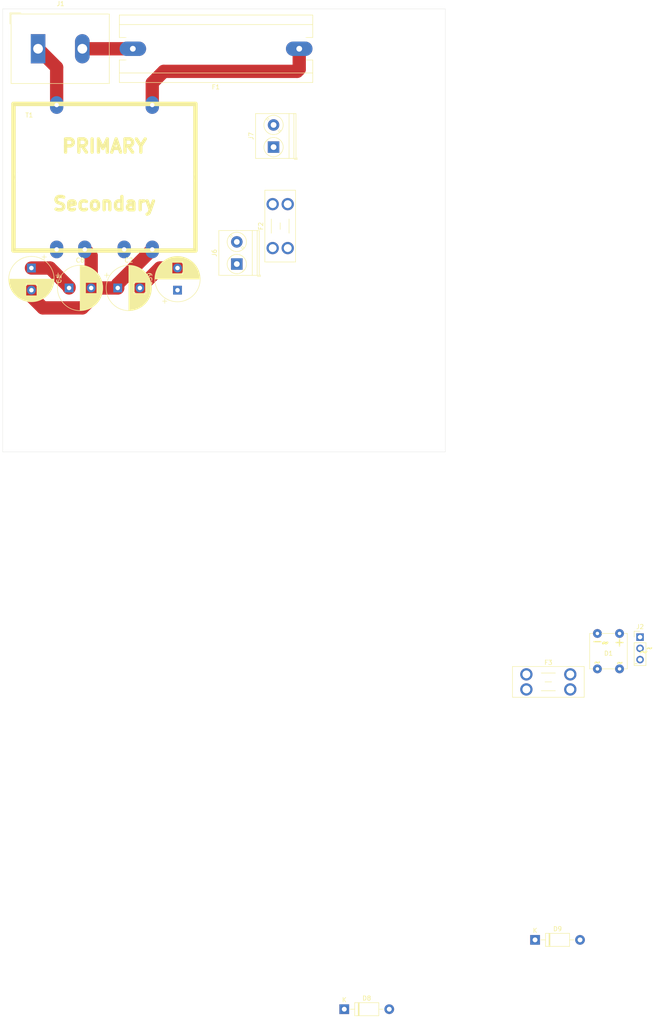
<source format=kicad_pcb>
(kicad_pcb (version 20171130) (host pcbnew "(5.1.5)-3")

  (general
    (thickness 1.6)
    (drawings 4)
    (tracks 23)
    (zones 0)
    (modules 15)
    (nets 13)
  )

  (page A4)
  (layers
    (0 F.Cu signal)
    (31 B.Cu signal)
    (32 B.Adhes user)
    (33 F.Adhes user)
    (34 B.Paste user)
    (35 F.Paste user)
    (36 B.SilkS user)
    (37 F.SilkS user)
    (38 B.Mask user)
    (39 F.Mask user)
    (40 Dwgs.User user)
    (41 Cmts.User user)
    (42 Eco1.User user)
    (43 Eco2.User user)
    (44 Edge.Cuts user)
    (45 Margin user)
    (46 B.CrtYd user)
    (47 F.CrtYd user)
    (48 B.Fab user)
    (49 F.Fab user)
  )

  (setup
    (last_trace_width 3)
    (user_trace_width 0.25)
    (user_trace_width 0.5)
    (user_trace_width 0.75)
    (user_trace_width 1)
    (user_trace_width 2)
    (user_trace_width 3)
    (trace_clearance 0.2)
    (zone_clearance 0.508)
    (zone_45_only no)
    (trace_min 0.25)
    (via_size 0.8)
    (via_drill 0.4)
    (via_min_size 0.4)
    (via_min_drill 0.3)
    (uvia_size 0.3)
    (uvia_drill 0.1)
    (uvias_allowed no)
    (uvia_min_size 0.2)
    (uvia_min_drill 0.1)
    (edge_width 0.05)
    (segment_width 0.2)
    (pcb_text_width 0.3)
    (pcb_text_size 1.5 1.5)
    (mod_edge_width 0.12)
    (mod_text_size 1 1)
    (mod_text_width 0.15)
    (pad_size 1.524 1.524)
    (pad_drill 0.762)
    (pad_to_mask_clearance 0.051)
    (solder_mask_min_width 0.25)
    (aux_axis_origin 0 0)
    (visible_elements FEFFFF7F)
    (pcbplotparams
      (layerselection 0x010fc_ffffffff)
      (usegerberextensions false)
      (usegerberattributes false)
      (usegerberadvancedattributes false)
      (creategerberjobfile false)
      (excludeedgelayer true)
      (linewidth 0.100000)
      (plotframeref false)
      (viasonmask false)
      (mode 1)
      (useauxorigin false)
      (hpglpennumber 1)
      (hpglpenspeed 20)
      (hpglpendiameter 15.000000)
      (psnegative false)
      (psa4output false)
      (plotreference true)
      (plotvalue true)
      (plotinvisibletext false)
      (padsonsilk false)
      (subtractmaskfromsilk false)
      (outputformat 1)
      (mirror false)
      (drillshape 1)
      (scaleselection 1)
      (outputdirectory ""))
  )

  (net 0 "")
  (net 1 +12V)
  (net 2 GND)
  (net 3 -12V)
  (net 4 "Net-(D8-Pad2)")
  (net 5 "Net-(D9-Pad1)")
  (net 6 "Net-(F1-Pad2)")
  (net 7 "Net-(F1-Pad1)")
  (net 8 "Net-(J1-Pad1)")
  (net 9 "Net-(F3-Pad1)")
  (net 10 "Net-(D1-Pad4)")
  (net 11 "Net-(D1-Pad3)")
  (net 12 "Net-(F2-Pad1)")

  (net_class Default "This is the default net class."
    (clearance 0.2)
    (trace_width 0.25)
    (via_dia 0.8)
    (via_drill 0.4)
    (uvia_dia 0.3)
    (uvia_drill 0.1)
    (diff_pair_width 0.25)
    (diff_pair_gap 0.25)
    (add_net +12V)
    (add_net -12V)
    (add_net GND)
    (add_net "Net-(D1-Pad3)")
    (add_net "Net-(D1-Pad4)")
    (add_net "Net-(D8-Pad2)")
    (add_net "Net-(D9-Pad1)")
    (add_net "Net-(F1-Pad1)")
    (add_net "Net-(F1-Pad2)")
    (add_net "Net-(F2-Pad1)")
    (add_net "Net-(F3-Pad1)")
    (add_net "Net-(J1-Pad1)")
  )

  (module Diode_THT:D_DO-41_SOD81_P10.16mm_Horizontal (layer F.Cu) (tedit 5AE50CD5) (tstamp 5E520BA1)
    (at 77.175001 125.825001)
    (descr "Diode, DO-41_SOD81 series, Axial, Horizontal, pin pitch=10.16mm, , length*diameter=5.2*2.7mm^2, , http://www.diodes.com/_files/packages/DO-41%20(Plastic).pdf")
    (tags "Diode DO-41_SOD81 series Axial Horizontal pin pitch 10.16mm  length 5.2mm diameter 2.7mm")
    (path /5D6CDB80)
    (fp_text reference D8 (at 5.08 -2.47) (layer F.SilkS)
      (effects (font (size 1 1) (thickness 0.15)))
    )
    (fp_text value 1N5819 (at 5.08 2.47) (layer F.Fab)
      (effects (font (size 1 1) (thickness 0.15)))
    )
    (fp_line (start 2.48 -1.35) (end 2.48 1.35) (layer F.Fab) (width 0.1))
    (fp_line (start 2.48 1.35) (end 7.68 1.35) (layer F.Fab) (width 0.1))
    (fp_line (start 7.68 1.35) (end 7.68 -1.35) (layer F.Fab) (width 0.1))
    (fp_line (start 7.68 -1.35) (end 2.48 -1.35) (layer F.Fab) (width 0.1))
    (fp_line (start 0 0) (end 2.48 0) (layer F.Fab) (width 0.1))
    (fp_line (start 10.16 0) (end 7.68 0) (layer F.Fab) (width 0.1))
    (fp_line (start 3.26 -1.35) (end 3.26 1.35) (layer F.Fab) (width 0.1))
    (fp_line (start 3.36 -1.35) (end 3.36 1.35) (layer F.Fab) (width 0.1))
    (fp_line (start 3.16 -1.35) (end 3.16 1.35) (layer F.Fab) (width 0.1))
    (fp_line (start 2.36 -1.47) (end 2.36 1.47) (layer F.SilkS) (width 0.12))
    (fp_line (start 2.36 1.47) (end 7.8 1.47) (layer F.SilkS) (width 0.12))
    (fp_line (start 7.8 1.47) (end 7.8 -1.47) (layer F.SilkS) (width 0.12))
    (fp_line (start 7.8 -1.47) (end 2.36 -1.47) (layer F.SilkS) (width 0.12))
    (fp_line (start 1.34 0) (end 2.36 0) (layer F.SilkS) (width 0.12))
    (fp_line (start 8.82 0) (end 7.8 0) (layer F.SilkS) (width 0.12))
    (fp_line (start 3.26 -1.47) (end 3.26 1.47) (layer F.SilkS) (width 0.12))
    (fp_line (start 3.38 -1.47) (end 3.38 1.47) (layer F.SilkS) (width 0.12))
    (fp_line (start 3.14 -1.47) (end 3.14 1.47) (layer F.SilkS) (width 0.12))
    (fp_line (start -1.35 -1.6) (end -1.35 1.6) (layer F.CrtYd) (width 0.05))
    (fp_line (start -1.35 1.6) (end 11.51 1.6) (layer F.CrtYd) (width 0.05))
    (fp_line (start 11.51 1.6) (end 11.51 -1.6) (layer F.CrtYd) (width 0.05))
    (fp_line (start 11.51 -1.6) (end -1.35 -1.6) (layer F.CrtYd) (width 0.05))
    (fp_text user %R (at 5.47 0) (layer F.Fab)
      (effects (font (size 1 1) (thickness 0.15)))
    )
    (fp_text user K (at 0 -2.1) (layer F.Fab)
      (effects (font (size 1 1) (thickness 0.15)))
    )
    (fp_text user K (at 0 -2.1) (layer F.SilkS)
      (effects (font (size 1 1) (thickness 0.15)))
    )
    (pad 1 thru_hole rect (at 0 0) (size 2.2 2.2) (drill 1.1) (layers *.Cu *.Mask)
      (net 1 +12V))
    (pad 2 thru_hole oval (at 10.16 0) (size 2.2 2.2) (drill 1.1) (layers *.Cu *.Mask)
      (net 4 "Net-(D8-Pad2)"))
    (model ${KISYS3DMOD}/Diode_THT.3dshapes/D_DO-41_SOD81_P10.16mm_Horizontal.wrl
      (at (xyz 0 0 0))
      (scale (xyz 1 1 1))
      (rotate (xyz 0 0 0))
    )
  )

  (module Diode_THT:D_DO-41_SOD81_P10.16mm_Horizontal (layer F.Cu) (tedit 5AE50CD5) (tstamp 5E520BC0)
    (at 120.275001 110.175001)
    (descr "Diode, DO-41_SOD81 series, Axial, Horizontal, pin pitch=10.16mm, , length*diameter=5.2*2.7mm^2, , http://www.diodes.com/_files/packages/DO-41%20(Plastic).pdf")
    (tags "Diode DO-41_SOD81 series Axial Horizontal pin pitch 10.16mm  length 5.2mm diameter 2.7mm")
    (path /5D6CF15E)
    (fp_text reference D9 (at 5.08 -2.47) (layer F.SilkS)
      (effects (font (size 1 1) (thickness 0.15)))
    )
    (fp_text value 1N5819 (at 5.08 2.47) (layer F.Fab)
      (effects (font (size 1 1) (thickness 0.15)))
    )
    (fp_text user K (at 0 -2.1) (layer F.SilkS)
      (effects (font (size 1 1) (thickness 0.15)))
    )
    (fp_text user K (at 0 -2.1) (layer F.Fab)
      (effects (font (size 1 1) (thickness 0.15)))
    )
    (fp_text user %R (at 5.47 0) (layer F.Fab)
      (effects (font (size 1 1) (thickness 0.15)))
    )
    (fp_line (start 11.51 -1.6) (end -1.35 -1.6) (layer F.CrtYd) (width 0.05))
    (fp_line (start 11.51 1.6) (end 11.51 -1.6) (layer F.CrtYd) (width 0.05))
    (fp_line (start -1.35 1.6) (end 11.51 1.6) (layer F.CrtYd) (width 0.05))
    (fp_line (start -1.35 -1.6) (end -1.35 1.6) (layer F.CrtYd) (width 0.05))
    (fp_line (start 3.14 -1.47) (end 3.14 1.47) (layer F.SilkS) (width 0.12))
    (fp_line (start 3.38 -1.47) (end 3.38 1.47) (layer F.SilkS) (width 0.12))
    (fp_line (start 3.26 -1.47) (end 3.26 1.47) (layer F.SilkS) (width 0.12))
    (fp_line (start 8.82 0) (end 7.8 0) (layer F.SilkS) (width 0.12))
    (fp_line (start 1.34 0) (end 2.36 0) (layer F.SilkS) (width 0.12))
    (fp_line (start 7.8 -1.47) (end 2.36 -1.47) (layer F.SilkS) (width 0.12))
    (fp_line (start 7.8 1.47) (end 7.8 -1.47) (layer F.SilkS) (width 0.12))
    (fp_line (start 2.36 1.47) (end 7.8 1.47) (layer F.SilkS) (width 0.12))
    (fp_line (start 2.36 -1.47) (end 2.36 1.47) (layer F.SilkS) (width 0.12))
    (fp_line (start 3.16 -1.35) (end 3.16 1.35) (layer F.Fab) (width 0.1))
    (fp_line (start 3.36 -1.35) (end 3.36 1.35) (layer F.Fab) (width 0.1))
    (fp_line (start 3.26 -1.35) (end 3.26 1.35) (layer F.Fab) (width 0.1))
    (fp_line (start 10.16 0) (end 7.68 0) (layer F.Fab) (width 0.1))
    (fp_line (start 0 0) (end 2.48 0) (layer F.Fab) (width 0.1))
    (fp_line (start 7.68 -1.35) (end 2.48 -1.35) (layer F.Fab) (width 0.1))
    (fp_line (start 7.68 1.35) (end 7.68 -1.35) (layer F.Fab) (width 0.1))
    (fp_line (start 2.48 1.35) (end 7.68 1.35) (layer F.Fab) (width 0.1))
    (fp_line (start 2.48 -1.35) (end 2.48 1.35) (layer F.Fab) (width 0.1))
    (pad 2 thru_hole oval (at 10.16 0) (size 2.2 2.2) (drill 1.1) (layers *.Cu *.Mask)
      (net 3 -12V))
    (pad 1 thru_hole rect (at 0 0) (size 2.2 2.2) (drill 1.1) (layers *.Cu *.Mask)
      (net 5 "Net-(D9-Pad1)"))
    (model ${KISYS3DMOD}/Diode_THT.3dshapes/D_DO-41_SOD81_P10.16mm_Horizontal.wrl
      (at (xyz 0 0 0))
      (scale (xyz 1 1 1))
      (rotate (xyz 0 0 0))
    )
  )

  (module Fuse:Fuseholder_Cylinder-5x20mm_Schurter_0031-8002_Horizontal_Open (layer F.Cu) (tedit 5A1C8B94) (tstamp 5E520BE6)
    (at 67 -91 180)
    (descr "Fuseholder, horizontal, open, 6x32, Schurter, 0031.8002,")
    (tags "Fuseholder horizontal open 6x32 Schurter 0031.8002 Sicherungshalter ")
    (path /5D6A82E5)
    (fp_text reference F1 (at 18.85 -8.65) (layer F.SilkS)
      (effects (font (size 1 1) (thickness 0.15)))
    )
    (fp_text value Fuse (at 18.95 8.8) (layer F.Fab)
      (effects (font (size 1 1) (thickness 0.15)))
    )
    (fp_text user %R (at 19.5 6.5) (layer F.Fab)
      (effects (font (size 1 1) (thickness 0.15)))
    )
    (fp_line (start -2.95 5.45) (end 40.55 5.45) (layer F.Fab) (width 0.1))
    (fp_line (start -2.95 -5.45) (end 40.55 -5.45) (layer F.Fab) (width 0.1))
    (fp_line (start -2.95 2.6) (end -2.95 7.55) (layer F.Fab) (width 0.1))
    (fp_line (start -2.95 7.55) (end 40.55 7.55) (layer F.Fab) (width 0.1))
    (fp_line (start 40.55 7.55) (end 40.55 2.6) (layer F.Fab) (width 0.1))
    (fp_line (start 40.55 2.6) (end 39.05 2.6) (layer F.Fab) (width 0.1))
    (fp_line (start 39.05 2.6) (end 39.05 -2.6) (layer F.Fab) (width 0.1))
    (fp_line (start 39.05 -2.6) (end 40.55 -2.6) (layer F.Fab) (width 0.1))
    (fp_line (start 40.55 -2.6) (end 40.55 -7.55) (layer F.Fab) (width 0.1))
    (fp_line (start 40.55 -7.55) (end -2.95 -7.55) (layer F.Fab) (width 0.1))
    (fp_line (start -2.95 -7.55) (end -2.95 -2.65) (layer F.Fab) (width 0.1))
    (fp_line (start -2.95 -2.65) (end -1.45 -2.65) (layer F.Fab) (width 0.1))
    (fp_line (start -1.45 -2.65) (end -1.45 2.6) (layer F.Fab) (width 0.1))
    (fp_line (start -1.45 2.6) (end -2.95 2.6) (layer F.Fab) (width 0.1))
    (fp_line (start -3.05 2.54) (end -3.05 7.62) (layer F.SilkS) (width 0.12))
    (fp_line (start -3.05 -7.62) (end -3.05 -2.54) (layer F.SilkS) (width 0.12))
    (fp_line (start -3.05 -2.54) (end -1.52 -2.54) (layer F.SilkS) (width 0.12))
    (fp_line (start -1.52 2.54) (end -3.05 2.54) (layer F.SilkS) (width 0.12))
    (fp_line (start 40.64 2.54) (end 40.64 7.62) (layer F.SilkS) (width 0.12))
    (fp_line (start 40.64 -7.62) (end 40.64 -2.54) (layer F.SilkS) (width 0.12))
    (fp_line (start 40.64 -2.54) (end 39.12 -2.54) (layer F.SilkS) (width 0.12))
    (fp_line (start 39.12 2.54) (end 40.64 2.54) (layer F.SilkS) (width 0.12))
    (fp_line (start -3.05 -5.46) (end 40.64 -5.46) (layer F.SilkS) (width 0.12))
    (fp_line (start 40.64 5.46) (end -3.05 5.46) (layer F.SilkS) (width 0.12))
    (fp_line (start 40.64 7.62) (end -3.05 7.62) (layer F.SilkS) (width 0.12))
    (fp_line (start -3.05 -7.62) (end 40.64 -7.62) (layer F.SilkS) (width 0.12))
    (fp_line (start -3.2 -7.8) (end 40.8 -7.8) (layer F.CrtYd) (width 0.05))
    (fp_line (start -3.2 -7.8) (end -3.2 7.8) (layer F.CrtYd) (width 0.05))
    (fp_line (start 40.8 7.8) (end 40.8 -7.8) (layer F.CrtYd) (width 0.05))
    (fp_line (start 40.8 7.8) (end -3.2 7.8) (layer F.CrtYd) (width 0.05))
    (pad "" np_thru_hole circle (at 18.8 0 180) (size 3.25 3.25) (drill 3.25) (layers *.Cu *.Mask))
    (pad 2 thru_hole oval (at 37.59 0 270) (size 3.25 6) (drill 1.3) (layers *.Cu *.Mask)
      (net 6 "Net-(F1-Pad2)"))
    (pad 1 thru_hole oval (at 0 0 270) (size 3.25 6) (drill 1.3) (layers *.Cu *.Mask)
      (net 7 "Net-(F1-Pad1)"))
    (model ${KISYS3DMOD}/Fuse.3dshapes/Fuseholder_Cylinder-5x20mm_Schurter_0031-8002_Horizontal_Open.wrl
      (at (xyz 0 0 0))
      (scale (xyz 1 1 1))
      (rotate (xyz 0 0 0))
    )
  )

  (module TerminalBlock_Dinkle:TerminalBlock_Dinkle_DT-55-B01X-02_P10.00mm (layer F.Cu) (tedit 5A78168A) (tstamp 5E520C2C)
    (at 8 -91)
    (descr "Dinkle DT-55-B01X Terminal Block  pitch 10.00mm https://www.dinkle.com/en/terminal/DT-55-B01W-XX")
    (tags "Dinkle DT-55-B01X Terminal Block  pitch 10.00mm")
    (path /5D647BE6)
    (fp_text reference J1 (at 5.08 -10.16) (layer F.SilkS)
      (effects (font (size 1 1) (thickness 0.15)))
    )
    (fp_text value Conn_01x02_Female (at 5.08 10.16) (layer F.Fab)
      (effects (font (size 1 1) (thickness 0.15)))
    )
    (fp_line (start -4.4 -7.75) (end -6 -6.15) (layer F.Fab) (width 0.1))
    (fp_line (start -6 7.75) (end -4.4 7.75) (layer F.Fab) (width 0.1))
    (fp_line (start 14.4 7.75) (end 16 7.75) (layer F.Fab) (width 0.1))
    (fp_line (start 14.4 -7.75) (end 16 -7.75) (layer F.Fab) (width 0.1))
    (fp_line (start 14.4 -7.75) (end 14.4 7.75) (layer F.Fab) (width 0.1))
    (fp_line (start -4.4 -7.75) (end -4.4 7.75) (layer F.Fab) (width 0.1))
    (fp_line (start -6 -7.75) (end -4.4 -7.75) (layer F.Fab) (width 0.1))
    (fp_line (start 16 -7.75) (end 16 7.75) (layer F.Fab) (width 0.1))
    (fp_line (start -6 -7.75) (end -6 7.75) (layer F.Fab) (width 0.1))
    (fp_line (start -6.35 -8.1) (end -3.85 -8.1) (layer F.SilkS) (width 0.12))
    (fp_line (start -6.35 -5.6) (end -6.35 -8.1) (layer F.SilkS) (width 0.12))
    (fp_line (start -6.1 -7.85) (end 16.1 -7.85) (layer F.SilkS) (width 0.12))
    (fp_line (start 16.1 -7.85) (end 16.1 7.85) (layer F.SilkS) (width 0.12))
    (fp_line (start -6.1 7.85) (end 16.1 7.85) (layer F.SilkS) (width 0.12))
    (fp_line (start -6.1 7.85) (end -6.1 -7.85) (layer F.SilkS) (width 0.12))
    (fp_line (start 16.5 -8.25) (end 16.5 8.25) (layer F.CrtYd) (width 0.05))
    (fp_line (start -6.5 8.25) (end 16.5 8.25) (layer F.CrtYd) (width 0.05))
    (fp_line (start -6.5 8.25) (end -6.5 -8.25) (layer F.CrtYd) (width 0.05))
    (fp_line (start -6.5 -8.25) (end 16.5 -8.25) (layer F.CrtYd) (width 0.05))
    (fp_line (start -4.4 7) (end 4.4 7) (layer F.Fab) (width 0.1))
    (fp_line (start -4.4 6.5) (end 4.4 6.5) (layer F.Fab) (width 0.1))
    (fp_line (start -4.4 4.4) (end 4.4 4.4) (layer F.Fab) (width 0.1))
    (fp_line (start -4.4 -6.5) (end 4.4 -6.5) (layer F.Fab) (width 0.1))
    (fp_line (start -4.4 -4.4) (end 4.4 -4.4) (layer F.Fab) (width 0.1))
    (fp_line (start -4.4 -7) (end 4.4 -7) (layer F.Fab) (width 0.1))
    (fp_line (start -0.5 2) (end 0.5 2) (layer F.Fab) (width 0.1))
    (fp_line (start -0.5 -2) (end 0.5 -2) (layer F.Fab) (width 0.1))
    (fp_circle (center 0 0) (end 0.5 0.5) (layer F.Fab) (width 0.1))
    (fp_line (start 0.5 -0.5) (end 2 -0.5) (layer F.Fab) (width 0.1))
    (fp_line (start 2 -0.5) (end 2 0.5) (layer F.Fab) (width 0.1))
    (fp_line (start 2 0.5) (end 0.5 0.5) (layer F.Fab) (width 0.1))
    (fp_line (start -0.5 -0.5) (end -2 -0.5) (layer F.Fab) (width 0.1))
    (fp_line (start -2 -0.5) (end -2 0.5) (layer F.Fab) (width 0.1))
    (fp_line (start -2 0.5) (end -0.5 0.5) (layer F.Fab) (width 0.1))
    (fp_line (start 0.5 0.5) (end 0.5 4.35) (layer F.Fab) (width 0.1))
    (fp_line (start -0.5 0.5) (end -0.5 4.35) (layer F.Fab) (width 0.1))
    (fp_line (start 0.5 -4.35) (end 0.5 -0.5) (layer F.Fab) (width 0.1))
    (fp_line (start -0.5 -4.35) (end -0.5 -0.5) (layer F.Fab) (width 0.1))
    (fp_circle (center 0 0) (end 4.4 0) (layer F.Fab) (width 0.1))
    (fp_line (start 4.4 -7.75) (end 4.4 7.75) (layer F.Fab) (width 0.1))
    (fp_line (start 5.6 -7.75) (end 5.6 7.75) (layer F.Fab) (width 0.1))
    (fp_line (start 4.4 -7.75) (end 5.6 -7.75) (layer F.Fab) (width 0.1))
    (fp_line (start 4.4 7.75) (end 5.6 7.75) (layer F.Fab) (width 0.1))
    (fp_line (start 5.6 7) (end 14.4 7) (layer F.Fab) (width 0.1))
    (fp_line (start 5.6 6.5) (end 14.4 6.5) (layer F.Fab) (width 0.1))
    (fp_line (start 5.6 4.4) (end 14.4 4.4) (layer F.Fab) (width 0.1))
    (fp_line (start 5.6 -6.5) (end 14.4 -6.5) (layer F.Fab) (width 0.1))
    (fp_line (start 5.6 -4.4) (end 14.4 -4.4) (layer F.Fab) (width 0.1))
    (fp_line (start 5.6 -7) (end 14.4 -7) (layer F.Fab) (width 0.1))
    (fp_line (start 9.5 2) (end 10.5 2) (layer F.Fab) (width 0.1))
    (fp_line (start 9.5 -2) (end 10.5 -2) (layer F.Fab) (width 0.1))
    (fp_circle (center 10 0) (end 10.5 0.5) (layer F.Fab) (width 0.1))
    (fp_line (start 10.5 -0.5) (end 12 -0.5) (layer F.Fab) (width 0.1))
    (fp_line (start 12 -0.5) (end 12 0.5) (layer F.Fab) (width 0.1))
    (fp_line (start 12 0.5) (end 10.5 0.5) (layer F.Fab) (width 0.1))
    (fp_line (start 9.5 -0.5) (end 8 -0.5) (layer F.Fab) (width 0.1))
    (fp_line (start 8 -0.5) (end 8 0.5) (layer F.Fab) (width 0.1))
    (fp_line (start 8 0.5) (end 9.5 0.5) (layer F.Fab) (width 0.1))
    (fp_line (start 10.5 0.5) (end 10.5 4.35) (layer F.Fab) (width 0.1))
    (fp_line (start 9.5 0.5) (end 9.5 4.35) (layer F.Fab) (width 0.1))
    (fp_line (start 10.5 -4.35) (end 10.5 -0.5) (layer F.Fab) (width 0.1))
    (fp_line (start 9.5 -4.35) (end 9.5 -0.5) (layer F.Fab) (width 0.1))
    (fp_circle (center 10 0) (end 14.4 0) (layer F.Fab) (width 0.1))
    (fp_text user %R (at 5.08 -10.16) (layer F.Fab)
      (effects (font (size 1 1) (thickness 0.15)))
    )
    (pad 1 thru_hole rect (at 0 0) (size 3.3 6.6) (drill 2.2) (layers *.Cu *.Mask)
      (net 8 "Net-(J1-Pad1)"))
    (pad 2 thru_hole oval (at 10 0) (size 3.3 6.6) (drill 2.2) (layers *.Cu *.Mask)
      (net 6 "Net-(F1-Pad2)"))
    (model ${KISYS3DMOD}/TerminalBlock_Dinkle.3dshapes/TerminalBlock_Dinkle_DT-55-B01X-02_P10.00mm.wrl
      (at (xyz 0 0 0))
      (scale (xyz 1 1 1))
      (rotate (xyz 0 0 0))
    )
  )

  (module TerminalBlock_Phoenix:TerminalBlock_Phoenix_PT-1,5-2-5.0-H_1x02_P5.00mm_Horizontal (layer F.Cu) (tedit 5B294F69) (tstamp 5E520C56)
    (at 52.9 -42.4 90)
    (descr "Terminal Block Phoenix PT-1,5-2-5.0-H, 2 pins, pitch 5mm, size 10x9mm^2, drill diamater 1.3mm, pad diameter 2.6mm, see http://www.mouser.com/ds/2/324/ItemDetail_1935161-922578.pdf, script-generated using https://github.com/pointhi/kicad-footprint-generator/scripts/TerminalBlock_Phoenix")
    (tags "THT Terminal Block Phoenix PT-1,5-2-5.0-H pitch 5mm size 10x9mm^2 drill 1.3mm pad 2.6mm")
    (path /5D6A8C8C)
    (fp_text reference J6 (at 2.5 -5.06 90) (layer F.SilkS)
      (effects (font (size 1 1) (thickness 0.15)))
    )
    (fp_text value Conn_01x02_Male (at 2.5 6.06 90) (layer F.Fab)
      (effects (font (size 1 1) (thickness 0.15)))
    )
    (fp_circle (center 0 0) (end 2 0) (layer F.Fab) (width 0.1))
    (fp_circle (center 0 0) (end 2.18 0) (layer F.SilkS) (width 0.12))
    (fp_circle (center 5 0) (end 7 0) (layer F.Fab) (width 0.1))
    (fp_circle (center 5 0) (end 7.18 0) (layer F.SilkS) (width 0.12))
    (fp_line (start -2.5 -4) (end 7.5 -4) (layer F.Fab) (width 0.1))
    (fp_line (start 7.5 -4) (end 7.5 5) (layer F.Fab) (width 0.1))
    (fp_line (start 7.5 5) (end -2.1 5) (layer F.Fab) (width 0.1))
    (fp_line (start -2.1 5) (end -2.5 4.6) (layer F.Fab) (width 0.1))
    (fp_line (start -2.5 4.6) (end -2.5 -4) (layer F.Fab) (width 0.1))
    (fp_line (start -2.5 4.6) (end 7.5 4.6) (layer F.Fab) (width 0.1))
    (fp_line (start -2.56 4.6) (end 7.56 4.6) (layer F.SilkS) (width 0.12))
    (fp_line (start -2.5 3.5) (end 7.5 3.5) (layer F.Fab) (width 0.1))
    (fp_line (start -2.56 3.5) (end 7.56 3.5) (layer F.SilkS) (width 0.12))
    (fp_line (start -2.56 -4.06) (end 7.56 -4.06) (layer F.SilkS) (width 0.12))
    (fp_line (start -2.56 5.06) (end 7.56 5.06) (layer F.SilkS) (width 0.12))
    (fp_line (start -2.56 -4.06) (end -2.56 5.06) (layer F.SilkS) (width 0.12))
    (fp_line (start 7.56 -4.06) (end 7.56 5.06) (layer F.SilkS) (width 0.12))
    (fp_line (start 1.517 -1.273) (end -1.273 1.517) (layer F.Fab) (width 0.1))
    (fp_line (start 1.273 -1.517) (end -1.517 1.273) (layer F.Fab) (width 0.1))
    (fp_line (start 1.654 -1.388) (end 1.547 -1.281) (layer F.SilkS) (width 0.12))
    (fp_line (start -1.282 1.547) (end -1.388 1.654) (layer F.SilkS) (width 0.12))
    (fp_line (start 1.388 -1.654) (end 1.281 -1.547) (layer F.SilkS) (width 0.12))
    (fp_line (start -1.548 1.281) (end -1.654 1.388) (layer F.SilkS) (width 0.12))
    (fp_line (start 6.517 -1.273) (end 3.728 1.517) (layer F.Fab) (width 0.1))
    (fp_line (start 6.273 -1.517) (end 3.484 1.273) (layer F.Fab) (width 0.1))
    (fp_line (start 6.654 -1.388) (end 6.259 -0.992) (layer F.SilkS) (width 0.12))
    (fp_line (start 3.993 1.274) (end 3.613 1.654) (layer F.SilkS) (width 0.12))
    (fp_line (start 6.388 -1.654) (end 6.008 -1.274) (layer F.SilkS) (width 0.12))
    (fp_line (start 3.742 0.992) (end 3.347 1.388) (layer F.SilkS) (width 0.12))
    (fp_line (start -2.8 4.66) (end -2.8 5.3) (layer F.SilkS) (width 0.12))
    (fp_line (start -2.8 5.3) (end -2.4 5.3) (layer F.SilkS) (width 0.12))
    (fp_line (start -3 -4.5) (end -3 5.5) (layer F.CrtYd) (width 0.05))
    (fp_line (start -3 5.5) (end 8 5.5) (layer F.CrtYd) (width 0.05))
    (fp_line (start 8 5.5) (end 8 -4.5) (layer F.CrtYd) (width 0.05))
    (fp_line (start 8 -4.5) (end -3 -4.5) (layer F.CrtYd) (width 0.05))
    (fp_text user %R (at 2.5 2.9 90) (layer F.Fab)
      (effects (font (size 1 1) (thickness 0.15)))
    )
    (pad 1 thru_hole rect (at 0 0 90) (size 2.6 2.6) (drill 1.3) (layers *.Cu *.Mask)
      (net 4 "Net-(D8-Pad2)"))
    (pad 2 thru_hole circle (at 5 0 90) (size 2.6 2.6) (drill 1.3) (layers *.Cu *.Mask)
      (net 2 GND))
    (model ${KISYS3DMOD}/TerminalBlock_Phoenix.3dshapes/TerminalBlock_Phoenix_PT-1,5-2-5.0-H_1x02_P5.00mm_Horizontal.wrl
      (at (xyz 0 0 0))
      (scale (xyz 1 1 1))
      (rotate (xyz 0 0 0))
    )
  )

  (module TerminalBlock_Phoenix:TerminalBlock_Phoenix_PT-1,5-2-5.0-H_1x02_P5.00mm_Horizontal (layer F.Cu) (tedit 5B294F69) (tstamp 5E520C80)
    (at 61.2 -68.8 90)
    (descr "Terminal Block Phoenix PT-1,5-2-5.0-H, 2 pins, pitch 5mm, size 10x9mm^2, drill diamater 1.3mm, pad diameter 2.6mm, see http://www.mouser.com/ds/2/324/ItemDetail_1935161-922578.pdf, script-generated using https://github.com/pointhi/kicad-footprint-generator/scripts/TerminalBlock_Phoenix")
    (tags "THT Terminal Block Phoenix PT-1,5-2-5.0-H pitch 5mm size 10x9mm^2 drill 1.3mm pad 2.6mm")
    (path /5D6AACB7)
    (fp_text reference J7 (at 2.5 -5.06 90) (layer F.SilkS)
      (effects (font (size 1 1) (thickness 0.15)))
    )
    (fp_text value Conn_01x02_Male (at 2.5 6.06 90) (layer F.Fab)
      (effects (font (size 1 1) (thickness 0.15)))
    )
    (fp_text user %R (at 2.5 2.9 90) (layer F.Fab)
      (effects (font (size 1 1) (thickness 0.15)))
    )
    (fp_line (start 8 -4.5) (end -3 -4.5) (layer F.CrtYd) (width 0.05))
    (fp_line (start 8 5.5) (end 8 -4.5) (layer F.CrtYd) (width 0.05))
    (fp_line (start -3 5.5) (end 8 5.5) (layer F.CrtYd) (width 0.05))
    (fp_line (start -3 -4.5) (end -3 5.5) (layer F.CrtYd) (width 0.05))
    (fp_line (start -2.8 5.3) (end -2.4 5.3) (layer F.SilkS) (width 0.12))
    (fp_line (start -2.8 4.66) (end -2.8 5.3) (layer F.SilkS) (width 0.12))
    (fp_line (start 3.742 0.992) (end 3.347 1.388) (layer F.SilkS) (width 0.12))
    (fp_line (start 6.388 -1.654) (end 6.008 -1.274) (layer F.SilkS) (width 0.12))
    (fp_line (start 3.993 1.274) (end 3.613 1.654) (layer F.SilkS) (width 0.12))
    (fp_line (start 6.654 -1.388) (end 6.259 -0.992) (layer F.SilkS) (width 0.12))
    (fp_line (start 6.273 -1.517) (end 3.484 1.273) (layer F.Fab) (width 0.1))
    (fp_line (start 6.517 -1.273) (end 3.728 1.517) (layer F.Fab) (width 0.1))
    (fp_line (start -1.548 1.281) (end -1.654 1.388) (layer F.SilkS) (width 0.12))
    (fp_line (start 1.388 -1.654) (end 1.281 -1.547) (layer F.SilkS) (width 0.12))
    (fp_line (start -1.282 1.547) (end -1.388 1.654) (layer F.SilkS) (width 0.12))
    (fp_line (start 1.654 -1.388) (end 1.547 -1.281) (layer F.SilkS) (width 0.12))
    (fp_line (start 1.273 -1.517) (end -1.517 1.273) (layer F.Fab) (width 0.1))
    (fp_line (start 1.517 -1.273) (end -1.273 1.517) (layer F.Fab) (width 0.1))
    (fp_line (start 7.56 -4.06) (end 7.56 5.06) (layer F.SilkS) (width 0.12))
    (fp_line (start -2.56 -4.06) (end -2.56 5.06) (layer F.SilkS) (width 0.12))
    (fp_line (start -2.56 5.06) (end 7.56 5.06) (layer F.SilkS) (width 0.12))
    (fp_line (start -2.56 -4.06) (end 7.56 -4.06) (layer F.SilkS) (width 0.12))
    (fp_line (start -2.56 3.5) (end 7.56 3.5) (layer F.SilkS) (width 0.12))
    (fp_line (start -2.5 3.5) (end 7.5 3.5) (layer F.Fab) (width 0.1))
    (fp_line (start -2.56 4.6) (end 7.56 4.6) (layer F.SilkS) (width 0.12))
    (fp_line (start -2.5 4.6) (end 7.5 4.6) (layer F.Fab) (width 0.1))
    (fp_line (start -2.5 4.6) (end -2.5 -4) (layer F.Fab) (width 0.1))
    (fp_line (start -2.1 5) (end -2.5 4.6) (layer F.Fab) (width 0.1))
    (fp_line (start 7.5 5) (end -2.1 5) (layer F.Fab) (width 0.1))
    (fp_line (start 7.5 -4) (end 7.5 5) (layer F.Fab) (width 0.1))
    (fp_line (start -2.5 -4) (end 7.5 -4) (layer F.Fab) (width 0.1))
    (fp_circle (center 5 0) (end 7.18 0) (layer F.SilkS) (width 0.12))
    (fp_circle (center 5 0) (end 7 0) (layer F.Fab) (width 0.1))
    (fp_circle (center 0 0) (end 2.18 0) (layer F.SilkS) (width 0.12))
    (fp_circle (center 0 0) (end 2 0) (layer F.Fab) (width 0.1))
    (pad 2 thru_hole circle (at 5 0 90) (size 2.6 2.6) (drill 1.3) (layers *.Cu *.Mask)
      (net 5 "Net-(D9-Pad1)"))
    (pad 1 thru_hole rect (at 0 0 90) (size 2.6 2.6) (drill 1.3) (layers *.Cu *.Mask)
      (net 2 GND))
    (model ${KISYS3DMOD}/TerminalBlock_Phoenix.3dshapes/TerminalBlock_Phoenix_PT-1,5-2-5.0-H_1x02_P5.00mm_Horizontal.wrl
      (at (xyz 0 0 0))
      (scale (xyz 1 1 1))
      (rotate (xyz 0 0 0))
    )
  )

  (module Capacitor_THT:CP_Radial_D10.0mm_P5.00mm (layer F.Cu) (tedit 5AE50EF1) (tstamp 5E529B79)
    (at 15 -37)
    (descr "CP, Radial series, Radial, pin pitch=5.00mm, , diameter=10mm, Electrolytic Capacitor")
    (tags "CP Radial series Radial pin pitch 5.00mm  diameter 10mm Electrolytic Capacitor")
    (path /5D649C46)
    (fp_text reference C8 (at 2.5 -6.25) (layer F.SilkS)
      (effects (font (size 1 1) (thickness 0.15)))
    )
    (fp_text value "1000uF 35V" (at 2.5 6.25) (layer F.Fab)
      (effects (font (size 1 1) (thickness 0.15)))
    )
    (fp_circle (center 2.5 0) (end 7.5 0) (layer F.Fab) (width 0.1))
    (fp_circle (center 2.5 0) (end 7.62 0) (layer F.SilkS) (width 0.12))
    (fp_circle (center 2.5 0) (end 7.75 0) (layer F.CrtYd) (width 0.05))
    (fp_line (start -1.788861 -2.1875) (end -0.788861 -2.1875) (layer F.Fab) (width 0.1))
    (fp_line (start -1.288861 -2.6875) (end -1.288861 -1.6875) (layer F.Fab) (width 0.1))
    (fp_line (start 2.5 -5.08) (end 2.5 5.08) (layer F.SilkS) (width 0.12))
    (fp_line (start 2.54 -5.08) (end 2.54 5.08) (layer F.SilkS) (width 0.12))
    (fp_line (start 2.58 -5.08) (end 2.58 5.08) (layer F.SilkS) (width 0.12))
    (fp_line (start 2.62 -5.079) (end 2.62 5.079) (layer F.SilkS) (width 0.12))
    (fp_line (start 2.66 -5.078) (end 2.66 5.078) (layer F.SilkS) (width 0.12))
    (fp_line (start 2.7 -5.077) (end 2.7 5.077) (layer F.SilkS) (width 0.12))
    (fp_line (start 2.74 -5.075) (end 2.74 5.075) (layer F.SilkS) (width 0.12))
    (fp_line (start 2.78 -5.073) (end 2.78 5.073) (layer F.SilkS) (width 0.12))
    (fp_line (start 2.82 -5.07) (end 2.82 5.07) (layer F.SilkS) (width 0.12))
    (fp_line (start 2.86 -5.068) (end 2.86 5.068) (layer F.SilkS) (width 0.12))
    (fp_line (start 2.9 -5.065) (end 2.9 5.065) (layer F.SilkS) (width 0.12))
    (fp_line (start 2.94 -5.062) (end 2.94 5.062) (layer F.SilkS) (width 0.12))
    (fp_line (start 2.98 -5.058) (end 2.98 5.058) (layer F.SilkS) (width 0.12))
    (fp_line (start 3.02 -5.054) (end 3.02 5.054) (layer F.SilkS) (width 0.12))
    (fp_line (start 3.06 -5.05) (end 3.06 5.05) (layer F.SilkS) (width 0.12))
    (fp_line (start 3.1 -5.045) (end 3.1 5.045) (layer F.SilkS) (width 0.12))
    (fp_line (start 3.14 -5.04) (end 3.14 5.04) (layer F.SilkS) (width 0.12))
    (fp_line (start 3.18 -5.035) (end 3.18 5.035) (layer F.SilkS) (width 0.12))
    (fp_line (start 3.221 -5.03) (end 3.221 5.03) (layer F.SilkS) (width 0.12))
    (fp_line (start 3.261 -5.024) (end 3.261 5.024) (layer F.SilkS) (width 0.12))
    (fp_line (start 3.301 -5.018) (end 3.301 5.018) (layer F.SilkS) (width 0.12))
    (fp_line (start 3.341 -5.011) (end 3.341 5.011) (layer F.SilkS) (width 0.12))
    (fp_line (start 3.381 -5.004) (end 3.381 5.004) (layer F.SilkS) (width 0.12))
    (fp_line (start 3.421 -4.997) (end 3.421 4.997) (layer F.SilkS) (width 0.12))
    (fp_line (start 3.461 -4.99) (end 3.461 4.99) (layer F.SilkS) (width 0.12))
    (fp_line (start 3.501 -4.982) (end 3.501 4.982) (layer F.SilkS) (width 0.12))
    (fp_line (start 3.541 -4.974) (end 3.541 4.974) (layer F.SilkS) (width 0.12))
    (fp_line (start 3.581 -4.965) (end 3.581 4.965) (layer F.SilkS) (width 0.12))
    (fp_line (start 3.621 -4.956) (end 3.621 4.956) (layer F.SilkS) (width 0.12))
    (fp_line (start 3.661 -4.947) (end 3.661 4.947) (layer F.SilkS) (width 0.12))
    (fp_line (start 3.701 -4.938) (end 3.701 4.938) (layer F.SilkS) (width 0.12))
    (fp_line (start 3.741 -4.928) (end 3.741 4.928) (layer F.SilkS) (width 0.12))
    (fp_line (start 3.781 -4.918) (end 3.781 -1.241) (layer F.SilkS) (width 0.12))
    (fp_line (start 3.781 1.241) (end 3.781 4.918) (layer F.SilkS) (width 0.12))
    (fp_line (start 3.821 -4.907) (end 3.821 -1.241) (layer F.SilkS) (width 0.12))
    (fp_line (start 3.821 1.241) (end 3.821 4.907) (layer F.SilkS) (width 0.12))
    (fp_line (start 3.861 -4.897) (end 3.861 -1.241) (layer F.SilkS) (width 0.12))
    (fp_line (start 3.861 1.241) (end 3.861 4.897) (layer F.SilkS) (width 0.12))
    (fp_line (start 3.901 -4.885) (end 3.901 -1.241) (layer F.SilkS) (width 0.12))
    (fp_line (start 3.901 1.241) (end 3.901 4.885) (layer F.SilkS) (width 0.12))
    (fp_line (start 3.941 -4.874) (end 3.941 -1.241) (layer F.SilkS) (width 0.12))
    (fp_line (start 3.941 1.241) (end 3.941 4.874) (layer F.SilkS) (width 0.12))
    (fp_line (start 3.981 -4.862) (end 3.981 -1.241) (layer F.SilkS) (width 0.12))
    (fp_line (start 3.981 1.241) (end 3.981 4.862) (layer F.SilkS) (width 0.12))
    (fp_line (start 4.021 -4.85) (end 4.021 -1.241) (layer F.SilkS) (width 0.12))
    (fp_line (start 4.021 1.241) (end 4.021 4.85) (layer F.SilkS) (width 0.12))
    (fp_line (start 4.061 -4.837) (end 4.061 -1.241) (layer F.SilkS) (width 0.12))
    (fp_line (start 4.061 1.241) (end 4.061 4.837) (layer F.SilkS) (width 0.12))
    (fp_line (start 4.101 -4.824) (end 4.101 -1.241) (layer F.SilkS) (width 0.12))
    (fp_line (start 4.101 1.241) (end 4.101 4.824) (layer F.SilkS) (width 0.12))
    (fp_line (start 4.141 -4.811) (end 4.141 -1.241) (layer F.SilkS) (width 0.12))
    (fp_line (start 4.141 1.241) (end 4.141 4.811) (layer F.SilkS) (width 0.12))
    (fp_line (start 4.181 -4.797) (end 4.181 -1.241) (layer F.SilkS) (width 0.12))
    (fp_line (start 4.181 1.241) (end 4.181 4.797) (layer F.SilkS) (width 0.12))
    (fp_line (start 4.221 -4.783) (end 4.221 -1.241) (layer F.SilkS) (width 0.12))
    (fp_line (start 4.221 1.241) (end 4.221 4.783) (layer F.SilkS) (width 0.12))
    (fp_line (start 4.261 -4.768) (end 4.261 -1.241) (layer F.SilkS) (width 0.12))
    (fp_line (start 4.261 1.241) (end 4.261 4.768) (layer F.SilkS) (width 0.12))
    (fp_line (start 4.301 -4.754) (end 4.301 -1.241) (layer F.SilkS) (width 0.12))
    (fp_line (start 4.301 1.241) (end 4.301 4.754) (layer F.SilkS) (width 0.12))
    (fp_line (start 4.341 -4.738) (end 4.341 -1.241) (layer F.SilkS) (width 0.12))
    (fp_line (start 4.341 1.241) (end 4.341 4.738) (layer F.SilkS) (width 0.12))
    (fp_line (start 4.381 -4.723) (end 4.381 -1.241) (layer F.SilkS) (width 0.12))
    (fp_line (start 4.381 1.241) (end 4.381 4.723) (layer F.SilkS) (width 0.12))
    (fp_line (start 4.421 -4.707) (end 4.421 -1.241) (layer F.SilkS) (width 0.12))
    (fp_line (start 4.421 1.241) (end 4.421 4.707) (layer F.SilkS) (width 0.12))
    (fp_line (start 4.461 -4.69) (end 4.461 -1.241) (layer F.SilkS) (width 0.12))
    (fp_line (start 4.461 1.241) (end 4.461 4.69) (layer F.SilkS) (width 0.12))
    (fp_line (start 4.501 -4.674) (end 4.501 -1.241) (layer F.SilkS) (width 0.12))
    (fp_line (start 4.501 1.241) (end 4.501 4.674) (layer F.SilkS) (width 0.12))
    (fp_line (start 4.541 -4.657) (end 4.541 -1.241) (layer F.SilkS) (width 0.12))
    (fp_line (start 4.541 1.241) (end 4.541 4.657) (layer F.SilkS) (width 0.12))
    (fp_line (start 4.581 -4.639) (end 4.581 -1.241) (layer F.SilkS) (width 0.12))
    (fp_line (start 4.581 1.241) (end 4.581 4.639) (layer F.SilkS) (width 0.12))
    (fp_line (start 4.621 -4.621) (end 4.621 -1.241) (layer F.SilkS) (width 0.12))
    (fp_line (start 4.621 1.241) (end 4.621 4.621) (layer F.SilkS) (width 0.12))
    (fp_line (start 4.661 -4.603) (end 4.661 -1.241) (layer F.SilkS) (width 0.12))
    (fp_line (start 4.661 1.241) (end 4.661 4.603) (layer F.SilkS) (width 0.12))
    (fp_line (start 4.701 -4.584) (end 4.701 -1.241) (layer F.SilkS) (width 0.12))
    (fp_line (start 4.701 1.241) (end 4.701 4.584) (layer F.SilkS) (width 0.12))
    (fp_line (start 4.741 -4.564) (end 4.741 -1.241) (layer F.SilkS) (width 0.12))
    (fp_line (start 4.741 1.241) (end 4.741 4.564) (layer F.SilkS) (width 0.12))
    (fp_line (start 4.781 -4.545) (end 4.781 -1.241) (layer F.SilkS) (width 0.12))
    (fp_line (start 4.781 1.241) (end 4.781 4.545) (layer F.SilkS) (width 0.12))
    (fp_line (start 4.821 -4.525) (end 4.821 -1.241) (layer F.SilkS) (width 0.12))
    (fp_line (start 4.821 1.241) (end 4.821 4.525) (layer F.SilkS) (width 0.12))
    (fp_line (start 4.861 -4.504) (end 4.861 -1.241) (layer F.SilkS) (width 0.12))
    (fp_line (start 4.861 1.241) (end 4.861 4.504) (layer F.SilkS) (width 0.12))
    (fp_line (start 4.901 -4.483) (end 4.901 -1.241) (layer F.SilkS) (width 0.12))
    (fp_line (start 4.901 1.241) (end 4.901 4.483) (layer F.SilkS) (width 0.12))
    (fp_line (start 4.941 -4.462) (end 4.941 -1.241) (layer F.SilkS) (width 0.12))
    (fp_line (start 4.941 1.241) (end 4.941 4.462) (layer F.SilkS) (width 0.12))
    (fp_line (start 4.981 -4.44) (end 4.981 -1.241) (layer F.SilkS) (width 0.12))
    (fp_line (start 4.981 1.241) (end 4.981 4.44) (layer F.SilkS) (width 0.12))
    (fp_line (start 5.021 -4.417) (end 5.021 -1.241) (layer F.SilkS) (width 0.12))
    (fp_line (start 5.021 1.241) (end 5.021 4.417) (layer F.SilkS) (width 0.12))
    (fp_line (start 5.061 -4.395) (end 5.061 -1.241) (layer F.SilkS) (width 0.12))
    (fp_line (start 5.061 1.241) (end 5.061 4.395) (layer F.SilkS) (width 0.12))
    (fp_line (start 5.101 -4.371) (end 5.101 -1.241) (layer F.SilkS) (width 0.12))
    (fp_line (start 5.101 1.241) (end 5.101 4.371) (layer F.SilkS) (width 0.12))
    (fp_line (start 5.141 -4.347) (end 5.141 -1.241) (layer F.SilkS) (width 0.12))
    (fp_line (start 5.141 1.241) (end 5.141 4.347) (layer F.SilkS) (width 0.12))
    (fp_line (start 5.181 -4.323) (end 5.181 -1.241) (layer F.SilkS) (width 0.12))
    (fp_line (start 5.181 1.241) (end 5.181 4.323) (layer F.SilkS) (width 0.12))
    (fp_line (start 5.221 -4.298) (end 5.221 -1.241) (layer F.SilkS) (width 0.12))
    (fp_line (start 5.221 1.241) (end 5.221 4.298) (layer F.SilkS) (width 0.12))
    (fp_line (start 5.261 -4.273) (end 5.261 -1.241) (layer F.SilkS) (width 0.12))
    (fp_line (start 5.261 1.241) (end 5.261 4.273) (layer F.SilkS) (width 0.12))
    (fp_line (start 5.301 -4.247) (end 5.301 -1.241) (layer F.SilkS) (width 0.12))
    (fp_line (start 5.301 1.241) (end 5.301 4.247) (layer F.SilkS) (width 0.12))
    (fp_line (start 5.341 -4.221) (end 5.341 -1.241) (layer F.SilkS) (width 0.12))
    (fp_line (start 5.341 1.241) (end 5.341 4.221) (layer F.SilkS) (width 0.12))
    (fp_line (start 5.381 -4.194) (end 5.381 -1.241) (layer F.SilkS) (width 0.12))
    (fp_line (start 5.381 1.241) (end 5.381 4.194) (layer F.SilkS) (width 0.12))
    (fp_line (start 5.421 -4.166) (end 5.421 -1.241) (layer F.SilkS) (width 0.12))
    (fp_line (start 5.421 1.241) (end 5.421 4.166) (layer F.SilkS) (width 0.12))
    (fp_line (start 5.461 -4.138) (end 5.461 -1.241) (layer F.SilkS) (width 0.12))
    (fp_line (start 5.461 1.241) (end 5.461 4.138) (layer F.SilkS) (width 0.12))
    (fp_line (start 5.501 -4.11) (end 5.501 -1.241) (layer F.SilkS) (width 0.12))
    (fp_line (start 5.501 1.241) (end 5.501 4.11) (layer F.SilkS) (width 0.12))
    (fp_line (start 5.541 -4.08) (end 5.541 -1.241) (layer F.SilkS) (width 0.12))
    (fp_line (start 5.541 1.241) (end 5.541 4.08) (layer F.SilkS) (width 0.12))
    (fp_line (start 5.581 -4.05) (end 5.581 -1.241) (layer F.SilkS) (width 0.12))
    (fp_line (start 5.581 1.241) (end 5.581 4.05) (layer F.SilkS) (width 0.12))
    (fp_line (start 5.621 -4.02) (end 5.621 -1.241) (layer F.SilkS) (width 0.12))
    (fp_line (start 5.621 1.241) (end 5.621 4.02) (layer F.SilkS) (width 0.12))
    (fp_line (start 5.661 -3.989) (end 5.661 -1.241) (layer F.SilkS) (width 0.12))
    (fp_line (start 5.661 1.241) (end 5.661 3.989) (layer F.SilkS) (width 0.12))
    (fp_line (start 5.701 -3.957) (end 5.701 -1.241) (layer F.SilkS) (width 0.12))
    (fp_line (start 5.701 1.241) (end 5.701 3.957) (layer F.SilkS) (width 0.12))
    (fp_line (start 5.741 -3.925) (end 5.741 -1.241) (layer F.SilkS) (width 0.12))
    (fp_line (start 5.741 1.241) (end 5.741 3.925) (layer F.SilkS) (width 0.12))
    (fp_line (start 5.781 -3.892) (end 5.781 -1.241) (layer F.SilkS) (width 0.12))
    (fp_line (start 5.781 1.241) (end 5.781 3.892) (layer F.SilkS) (width 0.12))
    (fp_line (start 5.821 -3.858) (end 5.821 -1.241) (layer F.SilkS) (width 0.12))
    (fp_line (start 5.821 1.241) (end 5.821 3.858) (layer F.SilkS) (width 0.12))
    (fp_line (start 5.861 -3.824) (end 5.861 -1.241) (layer F.SilkS) (width 0.12))
    (fp_line (start 5.861 1.241) (end 5.861 3.824) (layer F.SilkS) (width 0.12))
    (fp_line (start 5.901 -3.789) (end 5.901 -1.241) (layer F.SilkS) (width 0.12))
    (fp_line (start 5.901 1.241) (end 5.901 3.789) (layer F.SilkS) (width 0.12))
    (fp_line (start 5.941 -3.753) (end 5.941 -1.241) (layer F.SilkS) (width 0.12))
    (fp_line (start 5.941 1.241) (end 5.941 3.753) (layer F.SilkS) (width 0.12))
    (fp_line (start 5.981 -3.716) (end 5.981 -1.241) (layer F.SilkS) (width 0.12))
    (fp_line (start 5.981 1.241) (end 5.981 3.716) (layer F.SilkS) (width 0.12))
    (fp_line (start 6.021 -3.679) (end 6.021 -1.241) (layer F.SilkS) (width 0.12))
    (fp_line (start 6.021 1.241) (end 6.021 3.679) (layer F.SilkS) (width 0.12))
    (fp_line (start 6.061 -3.64) (end 6.061 -1.241) (layer F.SilkS) (width 0.12))
    (fp_line (start 6.061 1.241) (end 6.061 3.64) (layer F.SilkS) (width 0.12))
    (fp_line (start 6.101 -3.601) (end 6.101 -1.241) (layer F.SilkS) (width 0.12))
    (fp_line (start 6.101 1.241) (end 6.101 3.601) (layer F.SilkS) (width 0.12))
    (fp_line (start 6.141 -3.561) (end 6.141 -1.241) (layer F.SilkS) (width 0.12))
    (fp_line (start 6.141 1.241) (end 6.141 3.561) (layer F.SilkS) (width 0.12))
    (fp_line (start 6.181 -3.52) (end 6.181 -1.241) (layer F.SilkS) (width 0.12))
    (fp_line (start 6.181 1.241) (end 6.181 3.52) (layer F.SilkS) (width 0.12))
    (fp_line (start 6.221 -3.478) (end 6.221 -1.241) (layer F.SilkS) (width 0.12))
    (fp_line (start 6.221 1.241) (end 6.221 3.478) (layer F.SilkS) (width 0.12))
    (fp_line (start 6.261 -3.436) (end 6.261 3.436) (layer F.SilkS) (width 0.12))
    (fp_line (start 6.301 -3.392) (end 6.301 3.392) (layer F.SilkS) (width 0.12))
    (fp_line (start 6.341 -3.347) (end 6.341 3.347) (layer F.SilkS) (width 0.12))
    (fp_line (start 6.381 -3.301) (end 6.381 3.301) (layer F.SilkS) (width 0.12))
    (fp_line (start 6.421 -3.254) (end 6.421 3.254) (layer F.SilkS) (width 0.12))
    (fp_line (start 6.461 -3.206) (end 6.461 3.206) (layer F.SilkS) (width 0.12))
    (fp_line (start 6.501 -3.156) (end 6.501 3.156) (layer F.SilkS) (width 0.12))
    (fp_line (start 6.541 -3.106) (end 6.541 3.106) (layer F.SilkS) (width 0.12))
    (fp_line (start 6.581 -3.054) (end 6.581 3.054) (layer F.SilkS) (width 0.12))
    (fp_line (start 6.621 -3) (end 6.621 3) (layer F.SilkS) (width 0.12))
    (fp_line (start 6.661 -2.945) (end 6.661 2.945) (layer F.SilkS) (width 0.12))
    (fp_line (start 6.701 -2.889) (end 6.701 2.889) (layer F.SilkS) (width 0.12))
    (fp_line (start 6.741 -2.83) (end 6.741 2.83) (layer F.SilkS) (width 0.12))
    (fp_line (start 6.781 -2.77) (end 6.781 2.77) (layer F.SilkS) (width 0.12))
    (fp_line (start 6.821 -2.709) (end 6.821 2.709) (layer F.SilkS) (width 0.12))
    (fp_line (start 6.861 -2.645) (end 6.861 2.645) (layer F.SilkS) (width 0.12))
    (fp_line (start 6.901 -2.579) (end 6.901 2.579) (layer F.SilkS) (width 0.12))
    (fp_line (start 6.941 -2.51) (end 6.941 2.51) (layer F.SilkS) (width 0.12))
    (fp_line (start 6.981 -2.439) (end 6.981 2.439) (layer F.SilkS) (width 0.12))
    (fp_line (start 7.021 -2.365) (end 7.021 2.365) (layer F.SilkS) (width 0.12))
    (fp_line (start 7.061 -2.289) (end 7.061 2.289) (layer F.SilkS) (width 0.12))
    (fp_line (start 7.101 -2.209) (end 7.101 2.209) (layer F.SilkS) (width 0.12))
    (fp_line (start 7.141 -2.125) (end 7.141 2.125) (layer F.SilkS) (width 0.12))
    (fp_line (start 7.181 -2.037) (end 7.181 2.037) (layer F.SilkS) (width 0.12))
    (fp_line (start 7.221 -1.944) (end 7.221 1.944) (layer F.SilkS) (width 0.12))
    (fp_line (start 7.261 -1.846) (end 7.261 1.846) (layer F.SilkS) (width 0.12))
    (fp_line (start 7.301 -1.742) (end 7.301 1.742) (layer F.SilkS) (width 0.12))
    (fp_line (start 7.341 -1.63) (end 7.341 1.63) (layer F.SilkS) (width 0.12))
    (fp_line (start 7.381 -1.51) (end 7.381 1.51) (layer F.SilkS) (width 0.12))
    (fp_line (start 7.421 -1.378) (end 7.421 1.378) (layer F.SilkS) (width 0.12))
    (fp_line (start 7.461 -1.23) (end 7.461 1.23) (layer F.SilkS) (width 0.12))
    (fp_line (start 7.501 -1.062) (end 7.501 1.062) (layer F.SilkS) (width 0.12))
    (fp_line (start 7.541 -0.862) (end 7.541 0.862) (layer F.SilkS) (width 0.12))
    (fp_line (start 7.581 -0.599) (end 7.581 0.599) (layer F.SilkS) (width 0.12))
    (fp_line (start -2.979646 -2.875) (end -1.979646 -2.875) (layer F.SilkS) (width 0.12))
    (fp_line (start -2.479646 -3.375) (end -2.479646 -2.375) (layer F.SilkS) (width 0.12))
    (fp_text user %R (at 2.5 0) (layer F.Fab)
      (effects (font (size 1 1) (thickness 0.15)))
    )
    (pad 1 thru_hole rect (at 0 0) (size 2 2) (drill 1) (layers *.Cu *.Mask)
      (net 1 +12V))
    (pad 2 thru_hole circle (at 5 0) (size 2 2) (drill 1) (layers *.Cu *.Mask)
      (net 2 GND))
    (model ${KISYS3DMOD}/Capacitor_THT.3dshapes/CP_Radial_D10.0mm_P5.00mm.wrl
      (at (xyz 0 0 0))
      (scale (xyz 1 1 1))
      (rotate (xyz 0 0 0))
    )
  )

  (module Capacitor_THT:CP_Radial_D10.0mm_P5.00mm (layer F.Cu) (tedit 5AE50EF1) (tstamp 5E529C44)
    (at 39.5 -36.5 90)
    (descr "CP, Radial series, Radial, pin pitch=5.00mm, , diameter=10mm, Electrolytic Capacitor")
    (tags "CP Radial series Radial pin pitch 5.00mm  diameter 10mm Electrolytic Capacitor")
    (path /5E00BA06)
    (fp_text reference C39 (at 2.5 -6.25 90) (layer F.SilkS)
      (effects (font (size 1 1) (thickness 0.15)))
    )
    (fp_text value "1000uF 35V" (at 2.5 6.25 90) (layer F.Fab)
      (effects (font (size 1 1) (thickness 0.15)))
    )
    (fp_text user %R (at 2.5 0 90) (layer F.Fab)
      (effects (font (size 1 1) (thickness 0.15)))
    )
    (fp_line (start -2.479646 -3.375) (end -2.479646 -2.375) (layer F.SilkS) (width 0.12))
    (fp_line (start -2.979646 -2.875) (end -1.979646 -2.875) (layer F.SilkS) (width 0.12))
    (fp_line (start 7.581 -0.599) (end 7.581 0.599) (layer F.SilkS) (width 0.12))
    (fp_line (start 7.541 -0.862) (end 7.541 0.862) (layer F.SilkS) (width 0.12))
    (fp_line (start 7.501 -1.062) (end 7.501 1.062) (layer F.SilkS) (width 0.12))
    (fp_line (start 7.461 -1.23) (end 7.461 1.23) (layer F.SilkS) (width 0.12))
    (fp_line (start 7.421 -1.378) (end 7.421 1.378) (layer F.SilkS) (width 0.12))
    (fp_line (start 7.381 -1.51) (end 7.381 1.51) (layer F.SilkS) (width 0.12))
    (fp_line (start 7.341 -1.63) (end 7.341 1.63) (layer F.SilkS) (width 0.12))
    (fp_line (start 7.301 -1.742) (end 7.301 1.742) (layer F.SilkS) (width 0.12))
    (fp_line (start 7.261 -1.846) (end 7.261 1.846) (layer F.SilkS) (width 0.12))
    (fp_line (start 7.221 -1.944) (end 7.221 1.944) (layer F.SilkS) (width 0.12))
    (fp_line (start 7.181 -2.037) (end 7.181 2.037) (layer F.SilkS) (width 0.12))
    (fp_line (start 7.141 -2.125) (end 7.141 2.125) (layer F.SilkS) (width 0.12))
    (fp_line (start 7.101 -2.209) (end 7.101 2.209) (layer F.SilkS) (width 0.12))
    (fp_line (start 7.061 -2.289) (end 7.061 2.289) (layer F.SilkS) (width 0.12))
    (fp_line (start 7.021 -2.365) (end 7.021 2.365) (layer F.SilkS) (width 0.12))
    (fp_line (start 6.981 -2.439) (end 6.981 2.439) (layer F.SilkS) (width 0.12))
    (fp_line (start 6.941 -2.51) (end 6.941 2.51) (layer F.SilkS) (width 0.12))
    (fp_line (start 6.901 -2.579) (end 6.901 2.579) (layer F.SilkS) (width 0.12))
    (fp_line (start 6.861 -2.645) (end 6.861 2.645) (layer F.SilkS) (width 0.12))
    (fp_line (start 6.821 -2.709) (end 6.821 2.709) (layer F.SilkS) (width 0.12))
    (fp_line (start 6.781 -2.77) (end 6.781 2.77) (layer F.SilkS) (width 0.12))
    (fp_line (start 6.741 -2.83) (end 6.741 2.83) (layer F.SilkS) (width 0.12))
    (fp_line (start 6.701 -2.889) (end 6.701 2.889) (layer F.SilkS) (width 0.12))
    (fp_line (start 6.661 -2.945) (end 6.661 2.945) (layer F.SilkS) (width 0.12))
    (fp_line (start 6.621 -3) (end 6.621 3) (layer F.SilkS) (width 0.12))
    (fp_line (start 6.581 -3.054) (end 6.581 3.054) (layer F.SilkS) (width 0.12))
    (fp_line (start 6.541 -3.106) (end 6.541 3.106) (layer F.SilkS) (width 0.12))
    (fp_line (start 6.501 -3.156) (end 6.501 3.156) (layer F.SilkS) (width 0.12))
    (fp_line (start 6.461 -3.206) (end 6.461 3.206) (layer F.SilkS) (width 0.12))
    (fp_line (start 6.421 -3.254) (end 6.421 3.254) (layer F.SilkS) (width 0.12))
    (fp_line (start 6.381 -3.301) (end 6.381 3.301) (layer F.SilkS) (width 0.12))
    (fp_line (start 6.341 -3.347) (end 6.341 3.347) (layer F.SilkS) (width 0.12))
    (fp_line (start 6.301 -3.392) (end 6.301 3.392) (layer F.SilkS) (width 0.12))
    (fp_line (start 6.261 -3.436) (end 6.261 3.436) (layer F.SilkS) (width 0.12))
    (fp_line (start 6.221 1.241) (end 6.221 3.478) (layer F.SilkS) (width 0.12))
    (fp_line (start 6.221 -3.478) (end 6.221 -1.241) (layer F.SilkS) (width 0.12))
    (fp_line (start 6.181 1.241) (end 6.181 3.52) (layer F.SilkS) (width 0.12))
    (fp_line (start 6.181 -3.52) (end 6.181 -1.241) (layer F.SilkS) (width 0.12))
    (fp_line (start 6.141 1.241) (end 6.141 3.561) (layer F.SilkS) (width 0.12))
    (fp_line (start 6.141 -3.561) (end 6.141 -1.241) (layer F.SilkS) (width 0.12))
    (fp_line (start 6.101 1.241) (end 6.101 3.601) (layer F.SilkS) (width 0.12))
    (fp_line (start 6.101 -3.601) (end 6.101 -1.241) (layer F.SilkS) (width 0.12))
    (fp_line (start 6.061 1.241) (end 6.061 3.64) (layer F.SilkS) (width 0.12))
    (fp_line (start 6.061 -3.64) (end 6.061 -1.241) (layer F.SilkS) (width 0.12))
    (fp_line (start 6.021 1.241) (end 6.021 3.679) (layer F.SilkS) (width 0.12))
    (fp_line (start 6.021 -3.679) (end 6.021 -1.241) (layer F.SilkS) (width 0.12))
    (fp_line (start 5.981 1.241) (end 5.981 3.716) (layer F.SilkS) (width 0.12))
    (fp_line (start 5.981 -3.716) (end 5.981 -1.241) (layer F.SilkS) (width 0.12))
    (fp_line (start 5.941 1.241) (end 5.941 3.753) (layer F.SilkS) (width 0.12))
    (fp_line (start 5.941 -3.753) (end 5.941 -1.241) (layer F.SilkS) (width 0.12))
    (fp_line (start 5.901 1.241) (end 5.901 3.789) (layer F.SilkS) (width 0.12))
    (fp_line (start 5.901 -3.789) (end 5.901 -1.241) (layer F.SilkS) (width 0.12))
    (fp_line (start 5.861 1.241) (end 5.861 3.824) (layer F.SilkS) (width 0.12))
    (fp_line (start 5.861 -3.824) (end 5.861 -1.241) (layer F.SilkS) (width 0.12))
    (fp_line (start 5.821 1.241) (end 5.821 3.858) (layer F.SilkS) (width 0.12))
    (fp_line (start 5.821 -3.858) (end 5.821 -1.241) (layer F.SilkS) (width 0.12))
    (fp_line (start 5.781 1.241) (end 5.781 3.892) (layer F.SilkS) (width 0.12))
    (fp_line (start 5.781 -3.892) (end 5.781 -1.241) (layer F.SilkS) (width 0.12))
    (fp_line (start 5.741 1.241) (end 5.741 3.925) (layer F.SilkS) (width 0.12))
    (fp_line (start 5.741 -3.925) (end 5.741 -1.241) (layer F.SilkS) (width 0.12))
    (fp_line (start 5.701 1.241) (end 5.701 3.957) (layer F.SilkS) (width 0.12))
    (fp_line (start 5.701 -3.957) (end 5.701 -1.241) (layer F.SilkS) (width 0.12))
    (fp_line (start 5.661 1.241) (end 5.661 3.989) (layer F.SilkS) (width 0.12))
    (fp_line (start 5.661 -3.989) (end 5.661 -1.241) (layer F.SilkS) (width 0.12))
    (fp_line (start 5.621 1.241) (end 5.621 4.02) (layer F.SilkS) (width 0.12))
    (fp_line (start 5.621 -4.02) (end 5.621 -1.241) (layer F.SilkS) (width 0.12))
    (fp_line (start 5.581 1.241) (end 5.581 4.05) (layer F.SilkS) (width 0.12))
    (fp_line (start 5.581 -4.05) (end 5.581 -1.241) (layer F.SilkS) (width 0.12))
    (fp_line (start 5.541 1.241) (end 5.541 4.08) (layer F.SilkS) (width 0.12))
    (fp_line (start 5.541 -4.08) (end 5.541 -1.241) (layer F.SilkS) (width 0.12))
    (fp_line (start 5.501 1.241) (end 5.501 4.11) (layer F.SilkS) (width 0.12))
    (fp_line (start 5.501 -4.11) (end 5.501 -1.241) (layer F.SilkS) (width 0.12))
    (fp_line (start 5.461 1.241) (end 5.461 4.138) (layer F.SilkS) (width 0.12))
    (fp_line (start 5.461 -4.138) (end 5.461 -1.241) (layer F.SilkS) (width 0.12))
    (fp_line (start 5.421 1.241) (end 5.421 4.166) (layer F.SilkS) (width 0.12))
    (fp_line (start 5.421 -4.166) (end 5.421 -1.241) (layer F.SilkS) (width 0.12))
    (fp_line (start 5.381 1.241) (end 5.381 4.194) (layer F.SilkS) (width 0.12))
    (fp_line (start 5.381 -4.194) (end 5.381 -1.241) (layer F.SilkS) (width 0.12))
    (fp_line (start 5.341 1.241) (end 5.341 4.221) (layer F.SilkS) (width 0.12))
    (fp_line (start 5.341 -4.221) (end 5.341 -1.241) (layer F.SilkS) (width 0.12))
    (fp_line (start 5.301 1.241) (end 5.301 4.247) (layer F.SilkS) (width 0.12))
    (fp_line (start 5.301 -4.247) (end 5.301 -1.241) (layer F.SilkS) (width 0.12))
    (fp_line (start 5.261 1.241) (end 5.261 4.273) (layer F.SilkS) (width 0.12))
    (fp_line (start 5.261 -4.273) (end 5.261 -1.241) (layer F.SilkS) (width 0.12))
    (fp_line (start 5.221 1.241) (end 5.221 4.298) (layer F.SilkS) (width 0.12))
    (fp_line (start 5.221 -4.298) (end 5.221 -1.241) (layer F.SilkS) (width 0.12))
    (fp_line (start 5.181 1.241) (end 5.181 4.323) (layer F.SilkS) (width 0.12))
    (fp_line (start 5.181 -4.323) (end 5.181 -1.241) (layer F.SilkS) (width 0.12))
    (fp_line (start 5.141 1.241) (end 5.141 4.347) (layer F.SilkS) (width 0.12))
    (fp_line (start 5.141 -4.347) (end 5.141 -1.241) (layer F.SilkS) (width 0.12))
    (fp_line (start 5.101 1.241) (end 5.101 4.371) (layer F.SilkS) (width 0.12))
    (fp_line (start 5.101 -4.371) (end 5.101 -1.241) (layer F.SilkS) (width 0.12))
    (fp_line (start 5.061 1.241) (end 5.061 4.395) (layer F.SilkS) (width 0.12))
    (fp_line (start 5.061 -4.395) (end 5.061 -1.241) (layer F.SilkS) (width 0.12))
    (fp_line (start 5.021 1.241) (end 5.021 4.417) (layer F.SilkS) (width 0.12))
    (fp_line (start 5.021 -4.417) (end 5.021 -1.241) (layer F.SilkS) (width 0.12))
    (fp_line (start 4.981 1.241) (end 4.981 4.44) (layer F.SilkS) (width 0.12))
    (fp_line (start 4.981 -4.44) (end 4.981 -1.241) (layer F.SilkS) (width 0.12))
    (fp_line (start 4.941 1.241) (end 4.941 4.462) (layer F.SilkS) (width 0.12))
    (fp_line (start 4.941 -4.462) (end 4.941 -1.241) (layer F.SilkS) (width 0.12))
    (fp_line (start 4.901 1.241) (end 4.901 4.483) (layer F.SilkS) (width 0.12))
    (fp_line (start 4.901 -4.483) (end 4.901 -1.241) (layer F.SilkS) (width 0.12))
    (fp_line (start 4.861 1.241) (end 4.861 4.504) (layer F.SilkS) (width 0.12))
    (fp_line (start 4.861 -4.504) (end 4.861 -1.241) (layer F.SilkS) (width 0.12))
    (fp_line (start 4.821 1.241) (end 4.821 4.525) (layer F.SilkS) (width 0.12))
    (fp_line (start 4.821 -4.525) (end 4.821 -1.241) (layer F.SilkS) (width 0.12))
    (fp_line (start 4.781 1.241) (end 4.781 4.545) (layer F.SilkS) (width 0.12))
    (fp_line (start 4.781 -4.545) (end 4.781 -1.241) (layer F.SilkS) (width 0.12))
    (fp_line (start 4.741 1.241) (end 4.741 4.564) (layer F.SilkS) (width 0.12))
    (fp_line (start 4.741 -4.564) (end 4.741 -1.241) (layer F.SilkS) (width 0.12))
    (fp_line (start 4.701 1.241) (end 4.701 4.584) (layer F.SilkS) (width 0.12))
    (fp_line (start 4.701 -4.584) (end 4.701 -1.241) (layer F.SilkS) (width 0.12))
    (fp_line (start 4.661 1.241) (end 4.661 4.603) (layer F.SilkS) (width 0.12))
    (fp_line (start 4.661 -4.603) (end 4.661 -1.241) (layer F.SilkS) (width 0.12))
    (fp_line (start 4.621 1.241) (end 4.621 4.621) (layer F.SilkS) (width 0.12))
    (fp_line (start 4.621 -4.621) (end 4.621 -1.241) (layer F.SilkS) (width 0.12))
    (fp_line (start 4.581 1.241) (end 4.581 4.639) (layer F.SilkS) (width 0.12))
    (fp_line (start 4.581 -4.639) (end 4.581 -1.241) (layer F.SilkS) (width 0.12))
    (fp_line (start 4.541 1.241) (end 4.541 4.657) (layer F.SilkS) (width 0.12))
    (fp_line (start 4.541 -4.657) (end 4.541 -1.241) (layer F.SilkS) (width 0.12))
    (fp_line (start 4.501 1.241) (end 4.501 4.674) (layer F.SilkS) (width 0.12))
    (fp_line (start 4.501 -4.674) (end 4.501 -1.241) (layer F.SilkS) (width 0.12))
    (fp_line (start 4.461 1.241) (end 4.461 4.69) (layer F.SilkS) (width 0.12))
    (fp_line (start 4.461 -4.69) (end 4.461 -1.241) (layer F.SilkS) (width 0.12))
    (fp_line (start 4.421 1.241) (end 4.421 4.707) (layer F.SilkS) (width 0.12))
    (fp_line (start 4.421 -4.707) (end 4.421 -1.241) (layer F.SilkS) (width 0.12))
    (fp_line (start 4.381 1.241) (end 4.381 4.723) (layer F.SilkS) (width 0.12))
    (fp_line (start 4.381 -4.723) (end 4.381 -1.241) (layer F.SilkS) (width 0.12))
    (fp_line (start 4.341 1.241) (end 4.341 4.738) (layer F.SilkS) (width 0.12))
    (fp_line (start 4.341 -4.738) (end 4.341 -1.241) (layer F.SilkS) (width 0.12))
    (fp_line (start 4.301 1.241) (end 4.301 4.754) (layer F.SilkS) (width 0.12))
    (fp_line (start 4.301 -4.754) (end 4.301 -1.241) (layer F.SilkS) (width 0.12))
    (fp_line (start 4.261 1.241) (end 4.261 4.768) (layer F.SilkS) (width 0.12))
    (fp_line (start 4.261 -4.768) (end 4.261 -1.241) (layer F.SilkS) (width 0.12))
    (fp_line (start 4.221 1.241) (end 4.221 4.783) (layer F.SilkS) (width 0.12))
    (fp_line (start 4.221 -4.783) (end 4.221 -1.241) (layer F.SilkS) (width 0.12))
    (fp_line (start 4.181 1.241) (end 4.181 4.797) (layer F.SilkS) (width 0.12))
    (fp_line (start 4.181 -4.797) (end 4.181 -1.241) (layer F.SilkS) (width 0.12))
    (fp_line (start 4.141 1.241) (end 4.141 4.811) (layer F.SilkS) (width 0.12))
    (fp_line (start 4.141 -4.811) (end 4.141 -1.241) (layer F.SilkS) (width 0.12))
    (fp_line (start 4.101 1.241) (end 4.101 4.824) (layer F.SilkS) (width 0.12))
    (fp_line (start 4.101 -4.824) (end 4.101 -1.241) (layer F.SilkS) (width 0.12))
    (fp_line (start 4.061 1.241) (end 4.061 4.837) (layer F.SilkS) (width 0.12))
    (fp_line (start 4.061 -4.837) (end 4.061 -1.241) (layer F.SilkS) (width 0.12))
    (fp_line (start 4.021 1.241) (end 4.021 4.85) (layer F.SilkS) (width 0.12))
    (fp_line (start 4.021 -4.85) (end 4.021 -1.241) (layer F.SilkS) (width 0.12))
    (fp_line (start 3.981 1.241) (end 3.981 4.862) (layer F.SilkS) (width 0.12))
    (fp_line (start 3.981 -4.862) (end 3.981 -1.241) (layer F.SilkS) (width 0.12))
    (fp_line (start 3.941 1.241) (end 3.941 4.874) (layer F.SilkS) (width 0.12))
    (fp_line (start 3.941 -4.874) (end 3.941 -1.241) (layer F.SilkS) (width 0.12))
    (fp_line (start 3.901 1.241) (end 3.901 4.885) (layer F.SilkS) (width 0.12))
    (fp_line (start 3.901 -4.885) (end 3.901 -1.241) (layer F.SilkS) (width 0.12))
    (fp_line (start 3.861 1.241) (end 3.861 4.897) (layer F.SilkS) (width 0.12))
    (fp_line (start 3.861 -4.897) (end 3.861 -1.241) (layer F.SilkS) (width 0.12))
    (fp_line (start 3.821 1.241) (end 3.821 4.907) (layer F.SilkS) (width 0.12))
    (fp_line (start 3.821 -4.907) (end 3.821 -1.241) (layer F.SilkS) (width 0.12))
    (fp_line (start 3.781 1.241) (end 3.781 4.918) (layer F.SilkS) (width 0.12))
    (fp_line (start 3.781 -4.918) (end 3.781 -1.241) (layer F.SilkS) (width 0.12))
    (fp_line (start 3.741 -4.928) (end 3.741 4.928) (layer F.SilkS) (width 0.12))
    (fp_line (start 3.701 -4.938) (end 3.701 4.938) (layer F.SilkS) (width 0.12))
    (fp_line (start 3.661 -4.947) (end 3.661 4.947) (layer F.SilkS) (width 0.12))
    (fp_line (start 3.621 -4.956) (end 3.621 4.956) (layer F.SilkS) (width 0.12))
    (fp_line (start 3.581 -4.965) (end 3.581 4.965) (layer F.SilkS) (width 0.12))
    (fp_line (start 3.541 -4.974) (end 3.541 4.974) (layer F.SilkS) (width 0.12))
    (fp_line (start 3.501 -4.982) (end 3.501 4.982) (layer F.SilkS) (width 0.12))
    (fp_line (start 3.461 -4.99) (end 3.461 4.99) (layer F.SilkS) (width 0.12))
    (fp_line (start 3.421 -4.997) (end 3.421 4.997) (layer F.SilkS) (width 0.12))
    (fp_line (start 3.381 -5.004) (end 3.381 5.004) (layer F.SilkS) (width 0.12))
    (fp_line (start 3.341 -5.011) (end 3.341 5.011) (layer F.SilkS) (width 0.12))
    (fp_line (start 3.301 -5.018) (end 3.301 5.018) (layer F.SilkS) (width 0.12))
    (fp_line (start 3.261 -5.024) (end 3.261 5.024) (layer F.SilkS) (width 0.12))
    (fp_line (start 3.221 -5.03) (end 3.221 5.03) (layer F.SilkS) (width 0.12))
    (fp_line (start 3.18 -5.035) (end 3.18 5.035) (layer F.SilkS) (width 0.12))
    (fp_line (start 3.14 -5.04) (end 3.14 5.04) (layer F.SilkS) (width 0.12))
    (fp_line (start 3.1 -5.045) (end 3.1 5.045) (layer F.SilkS) (width 0.12))
    (fp_line (start 3.06 -5.05) (end 3.06 5.05) (layer F.SilkS) (width 0.12))
    (fp_line (start 3.02 -5.054) (end 3.02 5.054) (layer F.SilkS) (width 0.12))
    (fp_line (start 2.98 -5.058) (end 2.98 5.058) (layer F.SilkS) (width 0.12))
    (fp_line (start 2.94 -5.062) (end 2.94 5.062) (layer F.SilkS) (width 0.12))
    (fp_line (start 2.9 -5.065) (end 2.9 5.065) (layer F.SilkS) (width 0.12))
    (fp_line (start 2.86 -5.068) (end 2.86 5.068) (layer F.SilkS) (width 0.12))
    (fp_line (start 2.82 -5.07) (end 2.82 5.07) (layer F.SilkS) (width 0.12))
    (fp_line (start 2.78 -5.073) (end 2.78 5.073) (layer F.SilkS) (width 0.12))
    (fp_line (start 2.74 -5.075) (end 2.74 5.075) (layer F.SilkS) (width 0.12))
    (fp_line (start 2.7 -5.077) (end 2.7 5.077) (layer F.SilkS) (width 0.12))
    (fp_line (start 2.66 -5.078) (end 2.66 5.078) (layer F.SilkS) (width 0.12))
    (fp_line (start 2.62 -5.079) (end 2.62 5.079) (layer F.SilkS) (width 0.12))
    (fp_line (start 2.58 -5.08) (end 2.58 5.08) (layer F.SilkS) (width 0.12))
    (fp_line (start 2.54 -5.08) (end 2.54 5.08) (layer F.SilkS) (width 0.12))
    (fp_line (start 2.5 -5.08) (end 2.5 5.08) (layer F.SilkS) (width 0.12))
    (fp_line (start -1.288861 -2.6875) (end -1.288861 -1.6875) (layer F.Fab) (width 0.1))
    (fp_line (start -1.788861 -2.1875) (end -0.788861 -2.1875) (layer F.Fab) (width 0.1))
    (fp_circle (center 2.5 0) (end 7.75 0) (layer F.CrtYd) (width 0.05))
    (fp_circle (center 2.5 0) (end 7.62 0) (layer F.SilkS) (width 0.12))
    (fp_circle (center 2.5 0) (end 7.5 0) (layer F.Fab) (width 0.1))
    (pad 2 thru_hole circle (at 5 0 90) (size 2 2) (drill 1) (layers *.Cu *.Mask)
      (net 3 -12V))
    (pad 1 thru_hole rect (at 0 0 90) (size 2 2) (drill 1) (layers *.Cu *.Mask)
      (net 2 GND))
    (model ${KISYS3DMOD}/Capacitor_THT.3dshapes/CP_Radial_D10.0mm_P5.00mm.wrl
      (at (xyz 0 0 0))
      (scale (xyz 1 1 1))
      (rotate (xyz 0 0 0))
    )
  )

  (module Project-152-Bass-Guitar-Amp.pretty:DiodesIncDF-M (layer F.Cu) (tedit 5E52294E) (tstamp 5E529D27)
    (at 136.860001 45)
    (path /5D645EB3)
    (fp_text reference D1 (at 0 0.5) (layer F.SilkS)
      (effects (font (size 1 1) (thickness 0.15)))
    )
    (fp_text value D_Bridge_+-AA (at 0 -0.5) (layer F.Fab)
      (effects (font (size 1 1) (thickness 0.15)))
    )
    (fp_line (start -4.25 -4) (end -4.25 4) (layer F.SilkS) (width 0.12))
    (fp_line (start 4.25 4) (end 4.25 -4) (layer F.SilkS) (width 0.12))
    (fp_line (start -4.25 -4) (end -3.6 -4) (layer F.SilkS) (width 0.12))
    (fp_line (start -1.6 -4) (end 1.4 -4) (layer F.SilkS) (width 0.12))
    (fp_line (start 3.6 -4) (end 4.2 -4) (layer F.SilkS) (width 0.12))
    (fp_line (start 4.2 -4) (end 4.25 -4) (layer F.SilkS) (width 0.12))
    (fp_line (start -3.6 4) (end -4.25 4) (layer F.SilkS) (width 0.12))
    (fp_line (start -1.4 4) (end 1.4 4) (layer F.SilkS) (width 0.12))
    (fp_line (start 3.6 4) (end 4.25 4) (layer F.SilkS) (width 0.12))
    (fp_text user ~ (at -0.7 -1.9) (layer F.SilkS)
      (effects (font (size 2 2) (thickness 0.5)))
    )
    (fp_text user ~ (at 9.3 -0.7) (layer F.SilkS)
      (effects (font (size 2 2) (thickness 0.3)))
    )
    (fp_text user ~ (at 8 0.1) (layer F.SilkS)
      (effects (font (size 3 3) (thickness 0.3)))
    )
    (fp_text user + (at 2.5 -2.1) (layer F.SilkS)
      (effects (font (size 2 2) (thickness 0.3)))
    )
    (fp_text user - (at -2.5 -2.3) (layer F.SilkS)
      (effects (font (size 2 2) (thickness 0.3)))
    )
    (fp_text user ~ (at 6.3 2.8) (layer F.SilkS)
      (effects (font (size 1 1) (thickness 0.15)))
    )
    (fp_text user ~~~ (at -2.5 2.5) (layer F.SilkS)
      (effects (font (size 2 2) (thickness 0.3)))
    )
    (fp_text user ~~~ (at 2.6 2.6) (layer F.SilkS)
      (effects (font (size 2 2) (thickness 0.3)))
    )
    (pad 1 thru_hole circle (at 2.5 -4) (size 2 2) (drill 0.8) (layers *.Cu *.Mask)
      (net 1 +12V))
    (pad 2 thru_hole circle (at -2.5 -4) (size 2 2) (drill 0.8) (layers *.Cu *.Mask)
      (net 3 -12V))
    (pad 3 thru_hole circle (at -2.5 4) (size 2 2) (drill 0.8) (layers *.Cu *.Mask)
      (net 11 "Net-(D1-Pad3)"))
    (pad 4 thru_hole circle (at 2.5 4) (size 2 2) (drill 0.8) (layers *.Cu *.Mask)
      (net 10 "Net-(D1-Pad4)"))
  )

  (module Fuse:Fuseholder_Blade_Mini_Keystone_3568 (layer F.Cu) (tedit 5C39DE81) (tstamp 5E529D3F)
    (at 61 -46 90)
    (descr "fuse holder, car blade fuse mini, http://www.keyelco.com/product-pdf.cfm?p=306")
    (tags "car blade fuse mini")
    (path /5E48268A)
    (fp_text reference F2 (at 4.96 -2.67 90) (layer F.SilkS)
      (effects (font (size 1 1) (thickness 0.15)))
    )
    (fp_text value Fuse (at 4.96 6.07 90) (layer F.Fab)
      (effects (font (size 1 1) (thickness 0.15)))
    )
    (fp_line (start -3.04 -1.67) (end -3.04 5.07) (layer F.Fab) (width 0.1))
    (fp_line (start -3.04 5.07) (end 12.96 5.07) (layer F.Fab) (width 0.1))
    (fp_line (start 12.96 5.07) (end 12.96 -1.67) (layer F.Fab) (width 0.1))
    (fp_line (start 12.96 -1.67) (end -3.04 -1.67) (layer F.Fab) (width 0.1))
    (fp_line (start -3.14 -1.77) (end -3.14 5.17) (layer F.SilkS) (width 0.12))
    (fp_line (start -3.14 5.17) (end 13.06 5.17) (layer F.SilkS) (width 0.12))
    (fp_line (start 13.06 5.17) (end 13.06 -1.77) (layer F.SilkS) (width 0.12))
    (fp_line (start 13.06 -1.77) (end -3.14 -1.77) (layer F.SilkS) (width 0.12))
    (fp_line (start 4.21 1.7) (end 5.71 1.7) (layer F.SilkS) (width 0.12))
    (fp_line (start 6.56 3.7) (end 3.36 3.7) (layer F.SilkS) (width 0.12))
    (fp_line (start 3.36 -0.3) (end 6.56 -0.3) (layer F.SilkS) (width 0.12))
    (fp_line (start -3.29 -1.92) (end -3.29 5.32) (layer F.CrtYd) (width 0.05))
    (fp_line (start -3.29 5.32) (end 13.21 5.32) (layer F.CrtYd) (width 0.05))
    (fp_line (start 13.21 5.32) (end 13.21 -1.92) (layer F.CrtYd) (width 0.05))
    (fp_line (start 13.21 -1.92) (end -3.29 -1.92) (layer F.CrtYd) (width 0.05))
    (fp_text user %R (at 4.96 1.7 90) (layer F.Fab)
      (effects (font (size 1 1) (thickness 0.15)))
    )
    (pad 1 thru_hole circle (at 0 0 90) (size 2.78 2.78) (drill 1.78) (layers *.Cu *.Mask)
      (net 12 "Net-(F2-Pad1)"))
    (pad 1 thru_hole circle (at 0 3.4 90) (size 2.78 2.78) (drill 1.78) (layers *.Cu *.Mask)
      (net 12 "Net-(F2-Pad1)"))
    (pad 2 thru_hole circle (at 9.92 0 90) (size 2.78 2.78) (drill 1.78) (layers *.Cu *.Mask)
      (net 1 +12V))
    (pad 2 thru_hole circle (at 9.92 3.4 90) (size 2.78 2.78) (drill 1.78) (layers *.Cu *.Mask)
      (net 1 +12V))
    (model ${KISYS3DMOD}/Fuse.3dshapes/Fuseholder_Blade_Mini_Keystone_3568.wrl
      (at (xyz 0 0 0))
      (scale (xyz 1 1 1))
      (rotate (xyz 0 0 0))
    )
  )

  (module Fuse:Fuseholder_Blade_Mini_Keystone_3568 (layer F.Cu) (tedit 5C39DE81) (tstamp 5E529D57)
    (at 118.315001 50.235001)
    (descr "fuse holder, car blade fuse mini, http://www.keyelco.com/product-pdf.cfm?p=306")
    (tags "car blade fuse mini")
    (path /5E4FFBD7)
    (fp_text reference F3 (at 4.96 -2.67) (layer F.SilkS)
      (effects (font (size 1 1) (thickness 0.15)))
    )
    (fp_text value Fuse (at 4.96 6.07) (layer F.Fab)
      (effects (font (size 1 1) (thickness 0.15)))
    )
    (fp_text user %R (at 4.96 1.7) (layer F.Fab)
      (effects (font (size 1 1) (thickness 0.15)))
    )
    (fp_line (start 13.21 -1.92) (end -3.29 -1.92) (layer F.CrtYd) (width 0.05))
    (fp_line (start 13.21 5.32) (end 13.21 -1.92) (layer F.CrtYd) (width 0.05))
    (fp_line (start -3.29 5.32) (end 13.21 5.32) (layer F.CrtYd) (width 0.05))
    (fp_line (start -3.29 -1.92) (end -3.29 5.32) (layer F.CrtYd) (width 0.05))
    (fp_line (start 3.36 -0.3) (end 6.56 -0.3) (layer F.SilkS) (width 0.12))
    (fp_line (start 6.56 3.7) (end 3.36 3.7) (layer F.SilkS) (width 0.12))
    (fp_line (start 4.21 1.7) (end 5.71 1.7) (layer F.SilkS) (width 0.12))
    (fp_line (start 13.06 -1.77) (end -3.14 -1.77) (layer F.SilkS) (width 0.12))
    (fp_line (start 13.06 5.17) (end 13.06 -1.77) (layer F.SilkS) (width 0.12))
    (fp_line (start -3.14 5.17) (end 13.06 5.17) (layer F.SilkS) (width 0.12))
    (fp_line (start -3.14 -1.77) (end -3.14 5.17) (layer F.SilkS) (width 0.12))
    (fp_line (start 12.96 -1.67) (end -3.04 -1.67) (layer F.Fab) (width 0.1))
    (fp_line (start 12.96 5.07) (end 12.96 -1.67) (layer F.Fab) (width 0.1))
    (fp_line (start -3.04 5.07) (end 12.96 5.07) (layer F.Fab) (width 0.1))
    (fp_line (start -3.04 -1.67) (end -3.04 5.07) (layer F.Fab) (width 0.1))
    (pad 2 thru_hole circle (at 9.92 3.4) (size 2.78 2.78) (drill 1.78) (layers *.Cu *.Mask)
      (net 3 -12V))
    (pad 2 thru_hole circle (at 9.92 0) (size 2.78 2.78) (drill 1.78) (layers *.Cu *.Mask)
      (net 3 -12V))
    (pad 1 thru_hole circle (at 0 3.4) (size 2.78 2.78) (drill 1.78) (layers *.Cu *.Mask)
      (net 9 "Net-(F3-Pad1)"))
    (pad 1 thru_hole circle (at 0 0) (size 2.78 2.78) (drill 1.78) (layers *.Cu *.Mask)
      (net 9 "Net-(F3-Pad1)"))
    (model ${KISYS3DMOD}/Fuse.3dshapes/Fuseholder_Blade_Mini_Keystone_3568.wrl
      (at (xyz 0 0 0))
      (scale (xyz 1 1 1))
      (rotate (xyz 0 0 0))
    )
  )

  (module Connector_PinHeader_2.54mm:PinHeader_1x03_P2.54mm_Vertical (layer F.Cu) (tedit 59FED5CC) (tstamp 5E529D6E)
    (at 143.995001 41.825001)
    (descr "Through hole straight pin header, 1x03, 2.54mm pitch, single row")
    (tags "Through hole pin header THT 1x03 2.54mm single row")
    (path /5E52B3B7)
    (fp_text reference J2 (at 0 -2.33) (layer F.SilkS)
      (effects (font (size 1 1) (thickness 0.15)))
    )
    (fp_text value Conn_01x03_Male (at 0 7.41) (layer F.Fab)
      (effects (font (size 1 1) (thickness 0.15)))
    )
    (fp_line (start -0.635 -1.27) (end 1.27 -1.27) (layer F.Fab) (width 0.1))
    (fp_line (start 1.27 -1.27) (end 1.27 6.35) (layer F.Fab) (width 0.1))
    (fp_line (start 1.27 6.35) (end -1.27 6.35) (layer F.Fab) (width 0.1))
    (fp_line (start -1.27 6.35) (end -1.27 -0.635) (layer F.Fab) (width 0.1))
    (fp_line (start -1.27 -0.635) (end -0.635 -1.27) (layer F.Fab) (width 0.1))
    (fp_line (start -1.33 6.41) (end 1.33 6.41) (layer F.SilkS) (width 0.12))
    (fp_line (start -1.33 1.27) (end -1.33 6.41) (layer F.SilkS) (width 0.12))
    (fp_line (start 1.33 1.27) (end 1.33 6.41) (layer F.SilkS) (width 0.12))
    (fp_line (start -1.33 1.27) (end 1.33 1.27) (layer F.SilkS) (width 0.12))
    (fp_line (start -1.33 0) (end -1.33 -1.33) (layer F.SilkS) (width 0.12))
    (fp_line (start -1.33 -1.33) (end 0 -1.33) (layer F.SilkS) (width 0.12))
    (fp_line (start -1.8 -1.8) (end -1.8 6.85) (layer F.CrtYd) (width 0.05))
    (fp_line (start -1.8 6.85) (end 1.8 6.85) (layer F.CrtYd) (width 0.05))
    (fp_line (start 1.8 6.85) (end 1.8 -1.8) (layer F.CrtYd) (width 0.05))
    (fp_line (start 1.8 -1.8) (end -1.8 -1.8) (layer F.CrtYd) (width 0.05))
    (fp_text user %R (at 0 2.54 90) (layer F.Fab)
      (effects (font (size 1 1) (thickness 0.15)))
    )
    (pad 1 thru_hole rect (at 0 0) (size 1.7 1.7) (drill 1) (layers *.Cu *.Mask)
      (net 9 "Net-(F3-Pad1)"))
    (pad 2 thru_hole oval (at 0 2.54) (size 1.7 1.7) (drill 1) (layers *.Cu *.Mask)
      (net 2 GND))
    (pad 3 thru_hole oval (at 0 5.08) (size 1.7 1.7) (drill 1) (layers *.Cu *.Mask)
      (net 12 "Net-(F2-Pad1)"))
    (model ${KISYS3DMOD}/Connector_PinHeader_2.54mm.3dshapes/PinHeader_1x03_P2.54mm_Vertical.wrl
      (at (xyz 0 0 0))
      (scale (xyz 1 1 1))
      (rotate (xyz 0 0 0))
    )
  )

  (module Project-152-Bass-Guitar-Amp.pretty:TE490080XXRC62 (layer F.Cu) (tedit 5E080219) (tstamp 5E529D6F)
    (at 23 -62)
    (path /5D62D85D)
    (fp_text reference T1 (at -17 -14) (layer F.SilkS)
      (effects (font (size 1 1) (thickness 0.15)))
    )
    (fp_text value Transformer_1P_2S (at 0 -13.97) (layer F.Fab)
      (effects (font (size 1 1) (thickness 0.15)))
    )
    (fp_line (start 20.55 -16.55) (end -20.55 -16.55) (layer F.SilkS) (width 1))
    (fp_line (start -20.55 -16.55) (end -20.55 16.55) (layer F.SilkS) (width 1))
    (fp_line (start -20.55 16.55) (end 20.55 16.55) (layer F.SilkS) (width 1))
    (fp_line (start 20.55 16.55) (end 20.55 -16.55) (layer F.SilkS) (width 1))
    (fp_text user PRIMARY (at 0 -7) (layer F.SilkS)
      (effects (font (size 3 3) (thickness 0.75)))
    )
    (fp_text user Secondary (at 0 6) (layer F.SilkS)
      (effects (font (size 3 3) (thickness 0.75)))
    )
    (pad "" np_thru_hole circle (at 0 -13.5) (size 3.2 3.2) (drill 3.2) (layers *.Cu *.Mask))
    (pad "" np_thru_hole circle (at 0 13.5) (size 3.2 3.2) (drill 3.2) (layers *.Cu *.Mask))
    (pad 1 thru_hole oval (at 10.8 -16.3) (size 3 4) (drill 1) (layers *.Cu *.Mask)
      (net 7 "Net-(F1-Pad1)"))
    (pad 2 thru_hole oval (at -10.8 -16.3) (size 3 4) (drill 1) (layers *.Cu *.Mask)
      (net 8 "Net-(J1-Pad1)"))
    (pad 6 thru_hole oval (at -10.8 16.3) (size 3 4) (drill 1) (layers *.Cu *.Mask)
      (net 10 "Net-(D1-Pad4)"))
    (pad 4 thru_hole oval (at 10.8 16.3) (size 3 4) (drill 1) (layers *.Cu *.Mask)
      (net 2 GND))
    (pad 3 thru_hole oval (at 4.45 16.3) (size 3 4) (drill 1) (layers *.Cu *.Mask)
      (net 11 "Net-(D1-Pad3)"))
    (pad 5 thru_hole oval (at -4.45 16.3) (size 3 4) (drill 1) (layers *.Cu *.Mask)
      (net 2 GND))
    (pad "" np_thru_hole oval (at 0 0) (size 40 5) (drill oval 40 5) (layers *.Cu *.Mask))
  )

  (module Capacitor_THT:CP_Radial_D10.0mm_P5.00mm (layer F.Cu) (tedit 5AE50EF1) (tstamp 5E52ABB3)
    (at 6.5 -41.5 270)
    (descr "CP, Radial series, Radial, pin pitch=5.00mm, , diameter=10mm, Electrolytic Capacitor")
    (tags "CP Radial series Radial pin pitch 5.00mm  diameter 10mm Electrolytic Capacitor")
    (path /5E53BAB1)
    (fp_text reference C1 (at 2.5 -6.25 90) (layer F.SilkS)
      (effects (font (size 1 1) (thickness 0.15)))
    )
    (fp_text value "1000uF 35V" (at 2.5 6.25 90) (layer F.Fab)
      (effects (font (size 1 1) (thickness 0.15)))
    )
    (fp_circle (center 2.5 0) (end 7.5 0) (layer F.Fab) (width 0.1))
    (fp_circle (center 2.5 0) (end 7.62 0) (layer F.SilkS) (width 0.12))
    (fp_circle (center 2.5 0) (end 7.75 0) (layer F.CrtYd) (width 0.05))
    (fp_line (start -1.788861 -2.1875) (end -0.788861 -2.1875) (layer F.Fab) (width 0.1))
    (fp_line (start -1.288861 -2.6875) (end -1.288861 -1.6875) (layer F.Fab) (width 0.1))
    (fp_line (start 2.5 -5.08) (end 2.5 5.08) (layer F.SilkS) (width 0.12))
    (fp_line (start 2.54 -5.08) (end 2.54 5.08) (layer F.SilkS) (width 0.12))
    (fp_line (start 2.58 -5.08) (end 2.58 5.08) (layer F.SilkS) (width 0.12))
    (fp_line (start 2.62 -5.079) (end 2.62 5.079) (layer F.SilkS) (width 0.12))
    (fp_line (start 2.66 -5.078) (end 2.66 5.078) (layer F.SilkS) (width 0.12))
    (fp_line (start 2.7 -5.077) (end 2.7 5.077) (layer F.SilkS) (width 0.12))
    (fp_line (start 2.74 -5.075) (end 2.74 5.075) (layer F.SilkS) (width 0.12))
    (fp_line (start 2.78 -5.073) (end 2.78 5.073) (layer F.SilkS) (width 0.12))
    (fp_line (start 2.82 -5.07) (end 2.82 5.07) (layer F.SilkS) (width 0.12))
    (fp_line (start 2.86 -5.068) (end 2.86 5.068) (layer F.SilkS) (width 0.12))
    (fp_line (start 2.9 -5.065) (end 2.9 5.065) (layer F.SilkS) (width 0.12))
    (fp_line (start 2.94 -5.062) (end 2.94 5.062) (layer F.SilkS) (width 0.12))
    (fp_line (start 2.98 -5.058) (end 2.98 5.058) (layer F.SilkS) (width 0.12))
    (fp_line (start 3.02 -5.054) (end 3.02 5.054) (layer F.SilkS) (width 0.12))
    (fp_line (start 3.06 -5.05) (end 3.06 5.05) (layer F.SilkS) (width 0.12))
    (fp_line (start 3.1 -5.045) (end 3.1 5.045) (layer F.SilkS) (width 0.12))
    (fp_line (start 3.14 -5.04) (end 3.14 5.04) (layer F.SilkS) (width 0.12))
    (fp_line (start 3.18 -5.035) (end 3.18 5.035) (layer F.SilkS) (width 0.12))
    (fp_line (start 3.221 -5.03) (end 3.221 5.03) (layer F.SilkS) (width 0.12))
    (fp_line (start 3.261 -5.024) (end 3.261 5.024) (layer F.SilkS) (width 0.12))
    (fp_line (start 3.301 -5.018) (end 3.301 5.018) (layer F.SilkS) (width 0.12))
    (fp_line (start 3.341 -5.011) (end 3.341 5.011) (layer F.SilkS) (width 0.12))
    (fp_line (start 3.381 -5.004) (end 3.381 5.004) (layer F.SilkS) (width 0.12))
    (fp_line (start 3.421 -4.997) (end 3.421 4.997) (layer F.SilkS) (width 0.12))
    (fp_line (start 3.461 -4.99) (end 3.461 4.99) (layer F.SilkS) (width 0.12))
    (fp_line (start 3.501 -4.982) (end 3.501 4.982) (layer F.SilkS) (width 0.12))
    (fp_line (start 3.541 -4.974) (end 3.541 4.974) (layer F.SilkS) (width 0.12))
    (fp_line (start 3.581 -4.965) (end 3.581 4.965) (layer F.SilkS) (width 0.12))
    (fp_line (start 3.621 -4.956) (end 3.621 4.956) (layer F.SilkS) (width 0.12))
    (fp_line (start 3.661 -4.947) (end 3.661 4.947) (layer F.SilkS) (width 0.12))
    (fp_line (start 3.701 -4.938) (end 3.701 4.938) (layer F.SilkS) (width 0.12))
    (fp_line (start 3.741 -4.928) (end 3.741 4.928) (layer F.SilkS) (width 0.12))
    (fp_line (start 3.781 -4.918) (end 3.781 -1.241) (layer F.SilkS) (width 0.12))
    (fp_line (start 3.781 1.241) (end 3.781 4.918) (layer F.SilkS) (width 0.12))
    (fp_line (start 3.821 -4.907) (end 3.821 -1.241) (layer F.SilkS) (width 0.12))
    (fp_line (start 3.821 1.241) (end 3.821 4.907) (layer F.SilkS) (width 0.12))
    (fp_line (start 3.861 -4.897) (end 3.861 -1.241) (layer F.SilkS) (width 0.12))
    (fp_line (start 3.861 1.241) (end 3.861 4.897) (layer F.SilkS) (width 0.12))
    (fp_line (start 3.901 -4.885) (end 3.901 -1.241) (layer F.SilkS) (width 0.12))
    (fp_line (start 3.901 1.241) (end 3.901 4.885) (layer F.SilkS) (width 0.12))
    (fp_line (start 3.941 -4.874) (end 3.941 -1.241) (layer F.SilkS) (width 0.12))
    (fp_line (start 3.941 1.241) (end 3.941 4.874) (layer F.SilkS) (width 0.12))
    (fp_line (start 3.981 -4.862) (end 3.981 -1.241) (layer F.SilkS) (width 0.12))
    (fp_line (start 3.981 1.241) (end 3.981 4.862) (layer F.SilkS) (width 0.12))
    (fp_line (start 4.021 -4.85) (end 4.021 -1.241) (layer F.SilkS) (width 0.12))
    (fp_line (start 4.021 1.241) (end 4.021 4.85) (layer F.SilkS) (width 0.12))
    (fp_line (start 4.061 -4.837) (end 4.061 -1.241) (layer F.SilkS) (width 0.12))
    (fp_line (start 4.061 1.241) (end 4.061 4.837) (layer F.SilkS) (width 0.12))
    (fp_line (start 4.101 -4.824) (end 4.101 -1.241) (layer F.SilkS) (width 0.12))
    (fp_line (start 4.101 1.241) (end 4.101 4.824) (layer F.SilkS) (width 0.12))
    (fp_line (start 4.141 -4.811) (end 4.141 -1.241) (layer F.SilkS) (width 0.12))
    (fp_line (start 4.141 1.241) (end 4.141 4.811) (layer F.SilkS) (width 0.12))
    (fp_line (start 4.181 -4.797) (end 4.181 -1.241) (layer F.SilkS) (width 0.12))
    (fp_line (start 4.181 1.241) (end 4.181 4.797) (layer F.SilkS) (width 0.12))
    (fp_line (start 4.221 -4.783) (end 4.221 -1.241) (layer F.SilkS) (width 0.12))
    (fp_line (start 4.221 1.241) (end 4.221 4.783) (layer F.SilkS) (width 0.12))
    (fp_line (start 4.261 -4.768) (end 4.261 -1.241) (layer F.SilkS) (width 0.12))
    (fp_line (start 4.261 1.241) (end 4.261 4.768) (layer F.SilkS) (width 0.12))
    (fp_line (start 4.301 -4.754) (end 4.301 -1.241) (layer F.SilkS) (width 0.12))
    (fp_line (start 4.301 1.241) (end 4.301 4.754) (layer F.SilkS) (width 0.12))
    (fp_line (start 4.341 -4.738) (end 4.341 -1.241) (layer F.SilkS) (width 0.12))
    (fp_line (start 4.341 1.241) (end 4.341 4.738) (layer F.SilkS) (width 0.12))
    (fp_line (start 4.381 -4.723) (end 4.381 -1.241) (layer F.SilkS) (width 0.12))
    (fp_line (start 4.381 1.241) (end 4.381 4.723) (layer F.SilkS) (width 0.12))
    (fp_line (start 4.421 -4.707) (end 4.421 -1.241) (layer F.SilkS) (width 0.12))
    (fp_line (start 4.421 1.241) (end 4.421 4.707) (layer F.SilkS) (width 0.12))
    (fp_line (start 4.461 -4.69) (end 4.461 -1.241) (layer F.SilkS) (width 0.12))
    (fp_line (start 4.461 1.241) (end 4.461 4.69) (layer F.SilkS) (width 0.12))
    (fp_line (start 4.501 -4.674) (end 4.501 -1.241) (layer F.SilkS) (width 0.12))
    (fp_line (start 4.501 1.241) (end 4.501 4.674) (layer F.SilkS) (width 0.12))
    (fp_line (start 4.541 -4.657) (end 4.541 -1.241) (layer F.SilkS) (width 0.12))
    (fp_line (start 4.541 1.241) (end 4.541 4.657) (layer F.SilkS) (width 0.12))
    (fp_line (start 4.581 -4.639) (end 4.581 -1.241) (layer F.SilkS) (width 0.12))
    (fp_line (start 4.581 1.241) (end 4.581 4.639) (layer F.SilkS) (width 0.12))
    (fp_line (start 4.621 -4.621) (end 4.621 -1.241) (layer F.SilkS) (width 0.12))
    (fp_line (start 4.621 1.241) (end 4.621 4.621) (layer F.SilkS) (width 0.12))
    (fp_line (start 4.661 -4.603) (end 4.661 -1.241) (layer F.SilkS) (width 0.12))
    (fp_line (start 4.661 1.241) (end 4.661 4.603) (layer F.SilkS) (width 0.12))
    (fp_line (start 4.701 -4.584) (end 4.701 -1.241) (layer F.SilkS) (width 0.12))
    (fp_line (start 4.701 1.241) (end 4.701 4.584) (layer F.SilkS) (width 0.12))
    (fp_line (start 4.741 -4.564) (end 4.741 -1.241) (layer F.SilkS) (width 0.12))
    (fp_line (start 4.741 1.241) (end 4.741 4.564) (layer F.SilkS) (width 0.12))
    (fp_line (start 4.781 -4.545) (end 4.781 -1.241) (layer F.SilkS) (width 0.12))
    (fp_line (start 4.781 1.241) (end 4.781 4.545) (layer F.SilkS) (width 0.12))
    (fp_line (start 4.821 -4.525) (end 4.821 -1.241) (layer F.SilkS) (width 0.12))
    (fp_line (start 4.821 1.241) (end 4.821 4.525) (layer F.SilkS) (width 0.12))
    (fp_line (start 4.861 -4.504) (end 4.861 -1.241) (layer F.SilkS) (width 0.12))
    (fp_line (start 4.861 1.241) (end 4.861 4.504) (layer F.SilkS) (width 0.12))
    (fp_line (start 4.901 -4.483) (end 4.901 -1.241) (layer F.SilkS) (width 0.12))
    (fp_line (start 4.901 1.241) (end 4.901 4.483) (layer F.SilkS) (width 0.12))
    (fp_line (start 4.941 -4.462) (end 4.941 -1.241) (layer F.SilkS) (width 0.12))
    (fp_line (start 4.941 1.241) (end 4.941 4.462) (layer F.SilkS) (width 0.12))
    (fp_line (start 4.981 -4.44) (end 4.981 -1.241) (layer F.SilkS) (width 0.12))
    (fp_line (start 4.981 1.241) (end 4.981 4.44) (layer F.SilkS) (width 0.12))
    (fp_line (start 5.021 -4.417) (end 5.021 -1.241) (layer F.SilkS) (width 0.12))
    (fp_line (start 5.021 1.241) (end 5.021 4.417) (layer F.SilkS) (width 0.12))
    (fp_line (start 5.061 -4.395) (end 5.061 -1.241) (layer F.SilkS) (width 0.12))
    (fp_line (start 5.061 1.241) (end 5.061 4.395) (layer F.SilkS) (width 0.12))
    (fp_line (start 5.101 -4.371) (end 5.101 -1.241) (layer F.SilkS) (width 0.12))
    (fp_line (start 5.101 1.241) (end 5.101 4.371) (layer F.SilkS) (width 0.12))
    (fp_line (start 5.141 -4.347) (end 5.141 -1.241) (layer F.SilkS) (width 0.12))
    (fp_line (start 5.141 1.241) (end 5.141 4.347) (layer F.SilkS) (width 0.12))
    (fp_line (start 5.181 -4.323) (end 5.181 -1.241) (layer F.SilkS) (width 0.12))
    (fp_line (start 5.181 1.241) (end 5.181 4.323) (layer F.SilkS) (width 0.12))
    (fp_line (start 5.221 -4.298) (end 5.221 -1.241) (layer F.SilkS) (width 0.12))
    (fp_line (start 5.221 1.241) (end 5.221 4.298) (layer F.SilkS) (width 0.12))
    (fp_line (start 5.261 -4.273) (end 5.261 -1.241) (layer F.SilkS) (width 0.12))
    (fp_line (start 5.261 1.241) (end 5.261 4.273) (layer F.SilkS) (width 0.12))
    (fp_line (start 5.301 -4.247) (end 5.301 -1.241) (layer F.SilkS) (width 0.12))
    (fp_line (start 5.301 1.241) (end 5.301 4.247) (layer F.SilkS) (width 0.12))
    (fp_line (start 5.341 -4.221) (end 5.341 -1.241) (layer F.SilkS) (width 0.12))
    (fp_line (start 5.341 1.241) (end 5.341 4.221) (layer F.SilkS) (width 0.12))
    (fp_line (start 5.381 -4.194) (end 5.381 -1.241) (layer F.SilkS) (width 0.12))
    (fp_line (start 5.381 1.241) (end 5.381 4.194) (layer F.SilkS) (width 0.12))
    (fp_line (start 5.421 -4.166) (end 5.421 -1.241) (layer F.SilkS) (width 0.12))
    (fp_line (start 5.421 1.241) (end 5.421 4.166) (layer F.SilkS) (width 0.12))
    (fp_line (start 5.461 -4.138) (end 5.461 -1.241) (layer F.SilkS) (width 0.12))
    (fp_line (start 5.461 1.241) (end 5.461 4.138) (layer F.SilkS) (width 0.12))
    (fp_line (start 5.501 -4.11) (end 5.501 -1.241) (layer F.SilkS) (width 0.12))
    (fp_line (start 5.501 1.241) (end 5.501 4.11) (layer F.SilkS) (width 0.12))
    (fp_line (start 5.541 -4.08) (end 5.541 -1.241) (layer F.SilkS) (width 0.12))
    (fp_line (start 5.541 1.241) (end 5.541 4.08) (layer F.SilkS) (width 0.12))
    (fp_line (start 5.581 -4.05) (end 5.581 -1.241) (layer F.SilkS) (width 0.12))
    (fp_line (start 5.581 1.241) (end 5.581 4.05) (layer F.SilkS) (width 0.12))
    (fp_line (start 5.621 -4.02) (end 5.621 -1.241) (layer F.SilkS) (width 0.12))
    (fp_line (start 5.621 1.241) (end 5.621 4.02) (layer F.SilkS) (width 0.12))
    (fp_line (start 5.661 -3.989) (end 5.661 -1.241) (layer F.SilkS) (width 0.12))
    (fp_line (start 5.661 1.241) (end 5.661 3.989) (layer F.SilkS) (width 0.12))
    (fp_line (start 5.701 -3.957) (end 5.701 -1.241) (layer F.SilkS) (width 0.12))
    (fp_line (start 5.701 1.241) (end 5.701 3.957) (layer F.SilkS) (width 0.12))
    (fp_line (start 5.741 -3.925) (end 5.741 -1.241) (layer F.SilkS) (width 0.12))
    (fp_line (start 5.741 1.241) (end 5.741 3.925) (layer F.SilkS) (width 0.12))
    (fp_line (start 5.781 -3.892) (end 5.781 -1.241) (layer F.SilkS) (width 0.12))
    (fp_line (start 5.781 1.241) (end 5.781 3.892) (layer F.SilkS) (width 0.12))
    (fp_line (start 5.821 -3.858) (end 5.821 -1.241) (layer F.SilkS) (width 0.12))
    (fp_line (start 5.821 1.241) (end 5.821 3.858) (layer F.SilkS) (width 0.12))
    (fp_line (start 5.861 -3.824) (end 5.861 -1.241) (layer F.SilkS) (width 0.12))
    (fp_line (start 5.861 1.241) (end 5.861 3.824) (layer F.SilkS) (width 0.12))
    (fp_line (start 5.901 -3.789) (end 5.901 -1.241) (layer F.SilkS) (width 0.12))
    (fp_line (start 5.901 1.241) (end 5.901 3.789) (layer F.SilkS) (width 0.12))
    (fp_line (start 5.941 -3.753) (end 5.941 -1.241) (layer F.SilkS) (width 0.12))
    (fp_line (start 5.941 1.241) (end 5.941 3.753) (layer F.SilkS) (width 0.12))
    (fp_line (start 5.981 -3.716) (end 5.981 -1.241) (layer F.SilkS) (width 0.12))
    (fp_line (start 5.981 1.241) (end 5.981 3.716) (layer F.SilkS) (width 0.12))
    (fp_line (start 6.021 -3.679) (end 6.021 -1.241) (layer F.SilkS) (width 0.12))
    (fp_line (start 6.021 1.241) (end 6.021 3.679) (layer F.SilkS) (width 0.12))
    (fp_line (start 6.061 -3.64) (end 6.061 -1.241) (layer F.SilkS) (width 0.12))
    (fp_line (start 6.061 1.241) (end 6.061 3.64) (layer F.SilkS) (width 0.12))
    (fp_line (start 6.101 -3.601) (end 6.101 -1.241) (layer F.SilkS) (width 0.12))
    (fp_line (start 6.101 1.241) (end 6.101 3.601) (layer F.SilkS) (width 0.12))
    (fp_line (start 6.141 -3.561) (end 6.141 -1.241) (layer F.SilkS) (width 0.12))
    (fp_line (start 6.141 1.241) (end 6.141 3.561) (layer F.SilkS) (width 0.12))
    (fp_line (start 6.181 -3.52) (end 6.181 -1.241) (layer F.SilkS) (width 0.12))
    (fp_line (start 6.181 1.241) (end 6.181 3.52) (layer F.SilkS) (width 0.12))
    (fp_line (start 6.221 -3.478) (end 6.221 -1.241) (layer F.SilkS) (width 0.12))
    (fp_line (start 6.221 1.241) (end 6.221 3.478) (layer F.SilkS) (width 0.12))
    (fp_line (start 6.261 -3.436) (end 6.261 3.436) (layer F.SilkS) (width 0.12))
    (fp_line (start 6.301 -3.392) (end 6.301 3.392) (layer F.SilkS) (width 0.12))
    (fp_line (start 6.341 -3.347) (end 6.341 3.347) (layer F.SilkS) (width 0.12))
    (fp_line (start 6.381 -3.301) (end 6.381 3.301) (layer F.SilkS) (width 0.12))
    (fp_line (start 6.421 -3.254) (end 6.421 3.254) (layer F.SilkS) (width 0.12))
    (fp_line (start 6.461 -3.206) (end 6.461 3.206) (layer F.SilkS) (width 0.12))
    (fp_line (start 6.501 -3.156) (end 6.501 3.156) (layer F.SilkS) (width 0.12))
    (fp_line (start 6.541 -3.106) (end 6.541 3.106) (layer F.SilkS) (width 0.12))
    (fp_line (start 6.581 -3.054) (end 6.581 3.054) (layer F.SilkS) (width 0.12))
    (fp_line (start 6.621 -3) (end 6.621 3) (layer F.SilkS) (width 0.12))
    (fp_line (start 6.661 -2.945) (end 6.661 2.945) (layer F.SilkS) (width 0.12))
    (fp_line (start 6.701 -2.889) (end 6.701 2.889) (layer F.SilkS) (width 0.12))
    (fp_line (start 6.741 -2.83) (end 6.741 2.83) (layer F.SilkS) (width 0.12))
    (fp_line (start 6.781 -2.77) (end 6.781 2.77) (layer F.SilkS) (width 0.12))
    (fp_line (start 6.821 -2.709) (end 6.821 2.709) (layer F.SilkS) (width 0.12))
    (fp_line (start 6.861 -2.645) (end 6.861 2.645) (layer F.SilkS) (width 0.12))
    (fp_line (start 6.901 -2.579) (end 6.901 2.579) (layer F.SilkS) (width 0.12))
    (fp_line (start 6.941 -2.51) (end 6.941 2.51) (layer F.SilkS) (width 0.12))
    (fp_line (start 6.981 -2.439) (end 6.981 2.439) (layer F.SilkS) (width 0.12))
    (fp_line (start 7.021 -2.365) (end 7.021 2.365) (layer F.SilkS) (width 0.12))
    (fp_line (start 7.061 -2.289) (end 7.061 2.289) (layer F.SilkS) (width 0.12))
    (fp_line (start 7.101 -2.209) (end 7.101 2.209) (layer F.SilkS) (width 0.12))
    (fp_line (start 7.141 -2.125) (end 7.141 2.125) (layer F.SilkS) (width 0.12))
    (fp_line (start 7.181 -2.037) (end 7.181 2.037) (layer F.SilkS) (width 0.12))
    (fp_line (start 7.221 -1.944) (end 7.221 1.944) (layer F.SilkS) (width 0.12))
    (fp_line (start 7.261 -1.846) (end 7.261 1.846) (layer F.SilkS) (width 0.12))
    (fp_line (start 7.301 -1.742) (end 7.301 1.742) (layer F.SilkS) (width 0.12))
    (fp_line (start 7.341 -1.63) (end 7.341 1.63) (layer F.SilkS) (width 0.12))
    (fp_line (start 7.381 -1.51) (end 7.381 1.51) (layer F.SilkS) (width 0.12))
    (fp_line (start 7.421 -1.378) (end 7.421 1.378) (layer F.SilkS) (width 0.12))
    (fp_line (start 7.461 -1.23) (end 7.461 1.23) (layer F.SilkS) (width 0.12))
    (fp_line (start 7.501 -1.062) (end 7.501 1.062) (layer F.SilkS) (width 0.12))
    (fp_line (start 7.541 -0.862) (end 7.541 0.862) (layer F.SilkS) (width 0.12))
    (fp_line (start 7.581 -0.599) (end 7.581 0.599) (layer F.SilkS) (width 0.12))
    (fp_line (start -2.979646 -2.875) (end -1.979646 -2.875) (layer F.SilkS) (width 0.12))
    (fp_line (start -2.479646 -3.375) (end -2.479646 -2.375) (layer F.SilkS) (width 0.12))
    (fp_text user %R (at 2.5 0 90) (layer F.Fab)
      (effects (font (size 1 1) (thickness 0.15)))
    )
    (pad 1 thru_hole rect (at 0 0 270) (size 2 2) (drill 1) (layers *.Cu *.Mask)
      (net 1 +12V))
    (pad 2 thru_hole circle (at 5 0 270) (size 2 2) (drill 1) (layers *.Cu *.Mask)
      (net 2 GND))
    (model ${KISYS3DMOD}/Capacitor_THT.3dshapes/CP_Radial_D10.0mm_P5.00mm.wrl
      (at (xyz 0 0 0))
      (scale (xyz 1 1 1))
      (rotate (xyz 0 0 0))
    )
  )

  (module Capacitor_THT:CP_Radial_D10.0mm_P5.00mm (layer F.Cu) (tedit 5AE50EF1) (tstamp 5E52AC7F)
    (at 26 -37)
    (descr "CP, Radial series, Radial, pin pitch=5.00mm, , diameter=10mm, Electrolytic Capacitor")
    (tags "CP Radial series Radial pin pitch 5.00mm  diameter 10mm Electrolytic Capacitor")
    (path /5E53BD92)
    (fp_text reference C2 (at 2.5 -6.25) (layer F.SilkS)
      (effects (font (size 1 1) (thickness 0.15)))
    )
    (fp_text value "1000uF 35V" (at 2.5 6.25) (layer F.Fab)
      (effects (font (size 1 1) (thickness 0.15)))
    )
    (fp_text user %R (at 2.5 0) (layer F.Fab)
      (effects (font (size 1 1) (thickness 0.15)))
    )
    (fp_line (start -2.479646 -3.375) (end -2.479646 -2.375) (layer F.SilkS) (width 0.12))
    (fp_line (start -2.979646 -2.875) (end -1.979646 -2.875) (layer F.SilkS) (width 0.12))
    (fp_line (start 7.581 -0.599) (end 7.581 0.599) (layer F.SilkS) (width 0.12))
    (fp_line (start 7.541 -0.862) (end 7.541 0.862) (layer F.SilkS) (width 0.12))
    (fp_line (start 7.501 -1.062) (end 7.501 1.062) (layer F.SilkS) (width 0.12))
    (fp_line (start 7.461 -1.23) (end 7.461 1.23) (layer F.SilkS) (width 0.12))
    (fp_line (start 7.421 -1.378) (end 7.421 1.378) (layer F.SilkS) (width 0.12))
    (fp_line (start 7.381 -1.51) (end 7.381 1.51) (layer F.SilkS) (width 0.12))
    (fp_line (start 7.341 -1.63) (end 7.341 1.63) (layer F.SilkS) (width 0.12))
    (fp_line (start 7.301 -1.742) (end 7.301 1.742) (layer F.SilkS) (width 0.12))
    (fp_line (start 7.261 -1.846) (end 7.261 1.846) (layer F.SilkS) (width 0.12))
    (fp_line (start 7.221 -1.944) (end 7.221 1.944) (layer F.SilkS) (width 0.12))
    (fp_line (start 7.181 -2.037) (end 7.181 2.037) (layer F.SilkS) (width 0.12))
    (fp_line (start 7.141 -2.125) (end 7.141 2.125) (layer F.SilkS) (width 0.12))
    (fp_line (start 7.101 -2.209) (end 7.101 2.209) (layer F.SilkS) (width 0.12))
    (fp_line (start 7.061 -2.289) (end 7.061 2.289) (layer F.SilkS) (width 0.12))
    (fp_line (start 7.021 -2.365) (end 7.021 2.365) (layer F.SilkS) (width 0.12))
    (fp_line (start 6.981 -2.439) (end 6.981 2.439) (layer F.SilkS) (width 0.12))
    (fp_line (start 6.941 -2.51) (end 6.941 2.51) (layer F.SilkS) (width 0.12))
    (fp_line (start 6.901 -2.579) (end 6.901 2.579) (layer F.SilkS) (width 0.12))
    (fp_line (start 6.861 -2.645) (end 6.861 2.645) (layer F.SilkS) (width 0.12))
    (fp_line (start 6.821 -2.709) (end 6.821 2.709) (layer F.SilkS) (width 0.12))
    (fp_line (start 6.781 -2.77) (end 6.781 2.77) (layer F.SilkS) (width 0.12))
    (fp_line (start 6.741 -2.83) (end 6.741 2.83) (layer F.SilkS) (width 0.12))
    (fp_line (start 6.701 -2.889) (end 6.701 2.889) (layer F.SilkS) (width 0.12))
    (fp_line (start 6.661 -2.945) (end 6.661 2.945) (layer F.SilkS) (width 0.12))
    (fp_line (start 6.621 -3) (end 6.621 3) (layer F.SilkS) (width 0.12))
    (fp_line (start 6.581 -3.054) (end 6.581 3.054) (layer F.SilkS) (width 0.12))
    (fp_line (start 6.541 -3.106) (end 6.541 3.106) (layer F.SilkS) (width 0.12))
    (fp_line (start 6.501 -3.156) (end 6.501 3.156) (layer F.SilkS) (width 0.12))
    (fp_line (start 6.461 -3.206) (end 6.461 3.206) (layer F.SilkS) (width 0.12))
    (fp_line (start 6.421 -3.254) (end 6.421 3.254) (layer F.SilkS) (width 0.12))
    (fp_line (start 6.381 -3.301) (end 6.381 3.301) (layer F.SilkS) (width 0.12))
    (fp_line (start 6.341 -3.347) (end 6.341 3.347) (layer F.SilkS) (width 0.12))
    (fp_line (start 6.301 -3.392) (end 6.301 3.392) (layer F.SilkS) (width 0.12))
    (fp_line (start 6.261 -3.436) (end 6.261 3.436) (layer F.SilkS) (width 0.12))
    (fp_line (start 6.221 1.241) (end 6.221 3.478) (layer F.SilkS) (width 0.12))
    (fp_line (start 6.221 -3.478) (end 6.221 -1.241) (layer F.SilkS) (width 0.12))
    (fp_line (start 6.181 1.241) (end 6.181 3.52) (layer F.SilkS) (width 0.12))
    (fp_line (start 6.181 -3.52) (end 6.181 -1.241) (layer F.SilkS) (width 0.12))
    (fp_line (start 6.141 1.241) (end 6.141 3.561) (layer F.SilkS) (width 0.12))
    (fp_line (start 6.141 -3.561) (end 6.141 -1.241) (layer F.SilkS) (width 0.12))
    (fp_line (start 6.101 1.241) (end 6.101 3.601) (layer F.SilkS) (width 0.12))
    (fp_line (start 6.101 -3.601) (end 6.101 -1.241) (layer F.SilkS) (width 0.12))
    (fp_line (start 6.061 1.241) (end 6.061 3.64) (layer F.SilkS) (width 0.12))
    (fp_line (start 6.061 -3.64) (end 6.061 -1.241) (layer F.SilkS) (width 0.12))
    (fp_line (start 6.021 1.241) (end 6.021 3.679) (layer F.SilkS) (width 0.12))
    (fp_line (start 6.021 -3.679) (end 6.021 -1.241) (layer F.SilkS) (width 0.12))
    (fp_line (start 5.981 1.241) (end 5.981 3.716) (layer F.SilkS) (width 0.12))
    (fp_line (start 5.981 -3.716) (end 5.981 -1.241) (layer F.SilkS) (width 0.12))
    (fp_line (start 5.941 1.241) (end 5.941 3.753) (layer F.SilkS) (width 0.12))
    (fp_line (start 5.941 -3.753) (end 5.941 -1.241) (layer F.SilkS) (width 0.12))
    (fp_line (start 5.901 1.241) (end 5.901 3.789) (layer F.SilkS) (width 0.12))
    (fp_line (start 5.901 -3.789) (end 5.901 -1.241) (layer F.SilkS) (width 0.12))
    (fp_line (start 5.861 1.241) (end 5.861 3.824) (layer F.SilkS) (width 0.12))
    (fp_line (start 5.861 -3.824) (end 5.861 -1.241) (layer F.SilkS) (width 0.12))
    (fp_line (start 5.821 1.241) (end 5.821 3.858) (layer F.SilkS) (width 0.12))
    (fp_line (start 5.821 -3.858) (end 5.821 -1.241) (layer F.SilkS) (width 0.12))
    (fp_line (start 5.781 1.241) (end 5.781 3.892) (layer F.SilkS) (width 0.12))
    (fp_line (start 5.781 -3.892) (end 5.781 -1.241) (layer F.SilkS) (width 0.12))
    (fp_line (start 5.741 1.241) (end 5.741 3.925) (layer F.SilkS) (width 0.12))
    (fp_line (start 5.741 -3.925) (end 5.741 -1.241) (layer F.SilkS) (width 0.12))
    (fp_line (start 5.701 1.241) (end 5.701 3.957) (layer F.SilkS) (width 0.12))
    (fp_line (start 5.701 -3.957) (end 5.701 -1.241) (layer F.SilkS) (width 0.12))
    (fp_line (start 5.661 1.241) (end 5.661 3.989) (layer F.SilkS) (width 0.12))
    (fp_line (start 5.661 -3.989) (end 5.661 -1.241) (layer F.SilkS) (width 0.12))
    (fp_line (start 5.621 1.241) (end 5.621 4.02) (layer F.SilkS) (width 0.12))
    (fp_line (start 5.621 -4.02) (end 5.621 -1.241) (layer F.SilkS) (width 0.12))
    (fp_line (start 5.581 1.241) (end 5.581 4.05) (layer F.SilkS) (width 0.12))
    (fp_line (start 5.581 -4.05) (end 5.581 -1.241) (layer F.SilkS) (width 0.12))
    (fp_line (start 5.541 1.241) (end 5.541 4.08) (layer F.SilkS) (width 0.12))
    (fp_line (start 5.541 -4.08) (end 5.541 -1.241) (layer F.SilkS) (width 0.12))
    (fp_line (start 5.501 1.241) (end 5.501 4.11) (layer F.SilkS) (width 0.12))
    (fp_line (start 5.501 -4.11) (end 5.501 -1.241) (layer F.SilkS) (width 0.12))
    (fp_line (start 5.461 1.241) (end 5.461 4.138) (layer F.SilkS) (width 0.12))
    (fp_line (start 5.461 -4.138) (end 5.461 -1.241) (layer F.SilkS) (width 0.12))
    (fp_line (start 5.421 1.241) (end 5.421 4.166) (layer F.SilkS) (width 0.12))
    (fp_line (start 5.421 -4.166) (end 5.421 -1.241) (layer F.SilkS) (width 0.12))
    (fp_line (start 5.381 1.241) (end 5.381 4.194) (layer F.SilkS) (width 0.12))
    (fp_line (start 5.381 -4.194) (end 5.381 -1.241) (layer F.SilkS) (width 0.12))
    (fp_line (start 5.341 1.241) (end 5.341 4.221) (layer F.SilkS) (width 0.12))
    (fp_line (start 5.341 -4.221) (end 5.341 -1.241) (layer F.SilkS) (width 0.12))
    (fp_line (start 5.301 1.241) (end 5.301 4.247) (layer F.SilkS) (width 0.12))
    (fp_line (start 5.301 -4.247) (end 5.301 -1.241) (layer F.SilkS) (width 0.12))
    (fp_line (start 5.261 1.241) (end 5.261 4.273) (layer F.SilkS) (width 0.12))
    (fp_line (start 5.261 -4.273) (end 5.261 -1.241) (layer F.SilkS) (width 0.12))
    (fp_line (start 5.221 1.241) (end 5.221 4.298) (layer F.SilkS) (width 0.12))
    (fp_line (start 5.221 -4.298) (end 5.221 -1.241) (layer F.SilkS) (width 0.12))
    (fp_line (start 5.181 1.241) (end 5.181 4.323) (layer F.SilkS) (width 0.12))
    (fp_line (start 5.181 -4.323) (end 5.181 -1.241) (layer F.SilkS) (width 0.12))
    (fp_line (start 5.141 1.241) (end 5.141 4.347) (layer F.SilkS) (width 0.12))
    (fp_line (start 5.141 -4.347) (end 5.141 -1.241) (layer F.SilkS) (width 0.12))
    (fp_line (start 5.101 1.241) (end 5.101 4.371) (layer F.SilkS) (width 0.12))
    (fp_line (start 5.101 -4.371) (end 5.101 -1.241) (layer F.SilkS) (width 0.12))
    (fp_line (start 5.061 1.241) (end 5.061 4.395) (layer F.SilkS) (width 0.12))
    (fp_line (start 5.061 -4.395) (end 5.061 -1.241) (layer F.SilkS) (width 0.12))
    (fp_line (start 5.021 1.241) (end 5.021 4.417) (layer F.SilkS) (width 0.12))
    (fp_line (start 5.021 -4.417) (end 5.021 -1.241) (layer F.SilkS) (width 0.12))
    (fp_line (start 4.981 1.241) (end 4.981 4.44) (layer F.SilkS) (width 0.12))
    (fp_line (start 4.981 -4.44) (end 4.981 -1.241) (layer F.SilkS) (width 0.12))
    (fp_line (start 4.941 1.241) (end 4.941 4.462) (layer F.SilkS) (width 0.12))
    (fp_line (start 4.941 -4.462) (end 4.941 -1.241) (layer F.SilkS) (width 0.12))
    (fp_line (start 4.901 1.241) (end 4.901 4.483) (layer F.SilkS) (width 0.12))
    (fp_line (start 4.901 -4.483) (end 4.901 -1.241) (layer F.SilkS) (width 0.12))
    (fp_line (start 4.861 1.241) (end 4.861 4.504) (layer F.SilkS) (width 0.12))
    (fp_line (start 4.861 -4.504) (end 4.861 -1.241) (layer F.SilkS) (width 0.12))
    (fp_line (start 4.821 1.241) (end 4.821 4.525) (layer F.SilkS) (width 0.12))
    (fp_line (start 4.821 -4.525) (end 4.821 -1.241) (layer F.SilkS) (width 0.12))
    (fp_line (start 4.781 1.241) (end 4.781 4.545) (layer F.SilkS) (width 0.12))
    (fp_line (start 4.781 -4.545) (end 4.781 -1.241) (layer F.SilkS) (width 0.12))
    (fp_line (start 4.741 1.241) (end 4.741 4.564) (layer F.SilkS) (width 0.12))
    (fp_line (start 4.741 -4.564) (end 4.741 -1.241) (layer F.SilkS) (width 0.12))
    (fp_line (start 4.701 1.241) (end 4.701 4.584) (layer F.SilkS) (width 0.12))
    (fp_line (start 4.701 -4.584) (end 4.701 -1.241) (layer F.SilkS) (width 0.12))
    (fp_line (start 4.661 1.241) (end 4.661 4.603) (layer F.SilkS) (width 0.12))
    (fp_line (start 4.661 -4.603) (end 4.661 -1.241) (layer F.SilkS) (width 0.12))
    (fp_line (start 4.621 1.241) (end 4.621 4.621) (layer F.SilkS) (width 0.12))
    (fp_line (start 4.621 -4.621) (end 4.621 -1.241) (layer F.SilkS) (width 0.12))
    (fp_line (start 4.581 1.241) (end 4.581 4.639) (layer F.SilkS) (width 0.12))
    (fp_line (start 4.581 -4.639) (end 4.581 -1.241) (layer F.SilkS) (width 0.12))
    (fp_line (start 4.541 1.241) (end 4.541 4.657) (layer F.SilkS) (width 0.12))
    (fp_line (start 4.541 -4.657) (end 4.541 -1.241) (layer F.SilkS) (width 0.12))
    (fp_line (start 4.501 1.241) (end 4.501 4.674) (layer F.SilkS) (width 0.12))
    (fp_line (start 4.501 -4.674) (end 4.501 -1.241) (layer F.SilkS) (width 0.12))
    (fp_line (start 4.461 1.241) (end 4.461 4.69) (layer F.SilkS) (width 0.12))
    (fp_line (start 4.461 -4.69) (end 4.461 -1.241) (layer F.SilkS) (width 0.12))
    (fp_line (start 4.421 1.241) (end 4.421 4.707) (layer F.SilkS) (width 0.12))
    (fp_line (start 4.421 -4.707) (end 4.421 -1.241) (layer F.SilkS) (width 0.12))
    (fp_line (start 4.381 1.241) (end 4.381 4.723) (layer F.SilkS) (width 0.12))
    (fp_line (start 4.381 -4.723) (end 4.381 -1.241) (layer F.SilkS) (width 0.12))
    (fp_line (start 4.341 1.241) (end 4.341 4.738) (layer F.SilkS) (width 0.12))
    (fp_line (start 4.341 -4.738) (end 4.341 -1.241) (layer F.SilkS) (width 0.12))
    (fp_line (start 4.301 1.241) (end 4.301 4.754) (layer F.SilkS) (width 0.12))
    (fp_line (start 4.301 -4.754) (end 4.301 -1.241) (layer F.SilkS) (width 0.12))
    (fp_line (start 4.261 1.241) (end 4.261 4.768) (layer F.SilkS) (width 0.12))
    (fp_line (start 4.261 -4.768) (end 4.261 -1.241) (layer F.SilkS) (width 0.12))
    (fp_line (start 4.221 1.241) (end 4.221 4.783) (layer F.SilkS) (width 0.12))
    (fp_line (start 4.221 -4.783) (end 4.221 -1.241) (layer F.SilkS) (width 0.12))
    (fp_line (start 4.181 1.241) (end 4.181 4.797) (layer F.SilkS) (width 0.12))
    (fp_line (start 4.181 -4.797) (end 4.181 -1.241) (layer F.SilkS) (width 0.12))
    (fp_line (start 4.141 1.241) (end 4.141 4.811) (layer F.SilkS) (width 0.12))
    (fp_line (start 4.141 -4.811) (end 4.141 -1.241) (layer F.SilkS) (width 0.12))
    (fp_line (start 4.101 1.241) (end 4.101 4.824) (layer F.SilkS) (width 0.12))
    (fp_line (start 4.101 -4.824) (end 4.101 -1.241) (layer F.SilkS) (width 0.12))
    (fp_line (start 4.061 1.241) (end 4.061 4.837) (layer F.SilkS) (width 0.12))
    (fp_line (start 4.061 -4.837) (end 4.061 -1.241) (layer F.SilkS) (width 0.12))
    (fp_line (start 4.021 1.241) (end 4.021 4.85) (layer F.SilkS) (width 0.12))
    (fp_line (start 4.021 -4.85) (end 4.021 -1.241) (layer F.SilkS) (width 0.12))
    (fp_line (start 3.981 1.241) (end 3.981 4.862) (layer F.SilkS) (width 0.12))
    (fp_line (start 3.981 -4.862) (end 3.981 -1.241) (layer F.SilkS) (width 0.12))
    (fp_line (start 3.941 1.241) (end 3.941 4.874) (layer F.SilkS) (width 0.12))
    (fp_line (start 3.941 -4.874) (end 3.941 -1.241) (layer F.SilkS) (width 0.12))
    (fp_line (start 3.901 1.241) (end 3.901 4.885) (layer F.SilkS) (width 0.12))
    (fp_line (start 3.901 -4.885) (end 3.901 -1.241) (layer F.SilkS) (width 0.12))
    (fp_line (start 3.861 1.241) (end 3.861 4.897) (layer F.SilkS) (width 0.12))
    (fp_line (start 3.861 -4.897) (end 3.861 -1.241) (layer F.SilkS) (width 0.12))
    (fp_line (start 3.821 1.241) (end 3.821 4.907) (layer F.SilkS) (width 0.12))
    (fp_line (start 3.821 -4.907) (end 3.821 -1.241) (layer F.SilkS) (width 0.12))
    (fp_line (start 3.781 1.241) (end 3.781 4.918) (layer F.SilkS) (width 0.12))
    (fp_line (start 3.781 -4.918) (end 3.781 -1.241) (layer F.SilkS) (width 0.12))
    (fp_line (start 3.741 -4.928) (end 3.741 4.928) (layer F.SilkS) (width 0.12))
    (fp_line (start 3.701 -4.938) (end 3.701 4.938) (layer F.SilkS) (width 0.12))
    (fp_line (start 3.661 -4.947) (end 3.661 4.947) (layer F.SilkS) (width 0.12))
    (fp_line (start 3.621 -4.956) (end 3.621 4.956) (layer F.SilkS) (width 0.12))
    (fp_line (start 3.581 -4.965) (end 3.581 4.965) (layer F.SilkS) (width 0.12))
    (fp_line (start 3.541 -4.974) (end 3.541 4.974) (layer F.SilkS) (width 0.12))
    (fp_line (start 3.501 -4.982) (end 3.501 4.982) (layer F.SilkS) (width 0.12))
    (fp_line (start 3.461 -4.99) (end 3.461 4.99) (layer F.SilkS) (width 0.12))
    (fp_line (start 3.421 -4.997) (end 3.421 4.997) (layer F.SilkS) (width 0.12))
    (fp_line (start 3.381 -5.004) (end 3.381 5.004) (layer F.SilkS) (width 0.12))
    (fp_line (start 3.341 -5.011) (end 3.341 5.011) (layer F.SilkS) (width 0.12))
    (fp_line (start 3.301 -5.018) (end 3.301 5.018) (layer F.SilkS) (width 0.12))
    (fp_line (start 3.261 -5.024) (end 3.261 5.024) (layer F.SilkS) (width 0.12))
    (fp_line (start 3.221 -5.03) (end 3.221 5.03) (layer F.SilkS) (width 0.12))
    (fp_line (start 3.18 -5.035) (end 3.18 5.035) (layer F.SilkS) (width 0.12))
    (fp_line (start 3.14 -5.04) (end 3.14 5.04) (layer F.SilkS) (width 0.12))
    (fp_line (start 3.1 -5.045) (end 3.1 5.045) (layer F.SilkS) (width 0.12))
    (fp_line (start 3.06 -5.05) (end 3.06 5.05) (layer F.SilkS) (width 0.12))
    (fp_line (start 3.02 -5.054) (end 3.02 5.054) (layer F.SilkS) (width 0.12))
    (fp_line (start 2.98 -5.058) (end 2.98 5.058) (layer F.SilkS) (width 0.12))
    (fp_line (start 2.94 -5.062) (end 2.94 5.062) (layer F.SilkS) (width 0.12))
    (fp_line (start 2.9 -5.065) (end 2.9 5.065) (layer F.SilkS) (width 0.12))
    (fp_line (start 2.86 -5.068) (end 2.86 5.068) (layer F.SilkS) (width 0.12))
    (fp_line (start 2.82 -5.07) (end 2.82 5.07) (layer F.SilkS) (width 0.12))
    (fp_line (start 2.78 -5.073) (end 2.78 5.073) (layer F.SilkS) (width 0.12))
    (fp_line (start 2.74 -5.075) (end 2.74 5.075) (layer F.SilkS) (width 0.12))
    (fp_line (start 2.7 -5.077) (end 2.7 5.077) (layer F.SilkS) (width 0.12))
    (fp_line (start 2.66 -5.078) (end 2.66 5.078) (layer F.SilkS) (width 0.12))
    (fp_line (start 2.62 -5.079) (end 2.62 5.079) (layer F.SilkS) (width 0.12))
    (fp_line (start 2.58 -5.08) (end 2.58 5.08) (layer F.SilkS) (width 0.12))
    (fp_line (start 2.54 -5.08) (end 2.54 5.08) (layer F.SilkS) (width 0.12))
    (fp_line (start 2.5 -5.08) (end 2.5 5.08) (layer F.SilkS) (width 0.12))
    (fp_line (start -1.288861 -2.6875) (end -1.288861 -1.6875) (layer F.Fab) (width 0.1))
    (fp_line (start -1.788861 -2.1875) (end -0.788861 -2.1875) (layer F.Fab) (width 0.1))
    (fp_circle (center 2.5 0) (end 7.75 0) (layer F.CrtYd) (width 0.05))
    (fp_circle (center 2.5 0) (end 7.62 0) (layer F.SilkS) (width 0.12))
    (fp_circle (center 2.5 0) (end 7.5 0) (layer F.Fab) (width 0.1))
    (pad 2 thru_hole circle (at 5 0) (size 2 2) (drill 1) (layers *.Cu *.Mask)
      (net 3 -12V))
    (pad 1 thru_hole rect (at 0 0) (size 2 2) (drill 1) (layers *.Cu *.Mask)
      (net 2 GND))
    (model ${KISYS3DMOD}/Capacitor_THT.3dshapes/CP_Radial_D10.0mm_P5.00mm.wrl
      (at (xyz 0 0 0))
      (scale (xyz 1 1 1))
      (rotate (xyz 0 0 0))
    )
  )

  (gr_line (start 100 0) (end 0 0) (layer Edge.Cuts) (width 0.05) (tstamp 5E521368))
  (gr_line (start 100 -100) (end 100 0) (layer Edge.Cuts) (width 0.05))
  (gr_line (start 0 -100) (end 100 -100) (layer Edge.Cuts) (width 0.05))
  (gr_line (start 0 0) (end 0 -100) (layer Edge.Cuts) (width 0.05))

  (segment (start 15 -37) (end 15 -37.2) (width 3) (layer F.Cu) (net 1))
  (segment (start 10.7 -41.5) (end 6.5 -41.5) (width 3) (layer F.Cu) (net 1))
  (segment (start 15 -37.2) (end 10.7 -41.5) (width 3) (layer F.Cu) (net 1))
  (segment (start 20 -44.25) (end 18.55 -45.7) (width 3) (layer F.Cu) (net 2))
  (segment (start 20 -37) (end 20 -44.25) (width 3) (layer F.Cu) (net 2))
  (segment (start 26 -37) (end 20 -37) (width 3) (layer F.Cu) (net 2))
  (segment (start 26 -37.9) (end 33.8 -45.7) (width 3) (layer F.Cu) (net 2))
  (segment (start 26 -37) (end 26 -37.9) (width 3) (layer F.Cu) (net 2))
  (segment (start 6.5 -35.085787) (end 9.085787 -32.5) (width 3) (layer F.Cu) (net 2))
  (segment (start 6.5 -36.5) (end 6.5 -35.085787) (width 3) (layer F.Cu) (net 2))
  (segment (start 9.085787 -32.5) (end 18 -32.5) (width 3) (layer F.Cu) (net 2))
  (segment (start 20 -34.5) (end 20 -37) (width 3) (layer F.Cu) (net 2))
  (segment (start 18 -32.5) (end 20 -34.5) (width 3) (layer F.Cu) (net 2))
  (segment (start 35.5 -41.5) (end 39.5 -41.5) (width 3) (layer F.Cu) (net 3))
  (segment (start 31 -37) (end 35.5 -41.5) (width 3) (layer F.Cu) (net 3))
  (segment (start 18 -91) (end 29.41 -91) (width 3) (layer F.Cu) (net 6))
  (segment (start 66.525 -85.9) (end 67 -86.375) (width 3) (layer F.Cu) (net 7))
  (segment (start 67 -86.375) (end 67 -91) (width 3) (layer F.Cu) (net 7))
  (segment (start 33.8 -83.3) (end 36.4 -85.9) (width 3) (layer F.Cu) (net 7))
  (segment (start 36.4 -85.9) (end 66.525 -85.9) (width 3) (layer F.Cu) (net 7))
  (segment (start 33.8 -78.3) (end 33.8 -83.3) (width 3) (layer F.Cu) (net 7))
  (segment (start 12.2 -86.8) (end 8 -91) (width 3) (layer F.Cu) (net 8))
  (segment (start 12.2 -78.3) (end 12.2 -86.8) (width 3) (layer F.Cu) (net 8))

)

</source>
